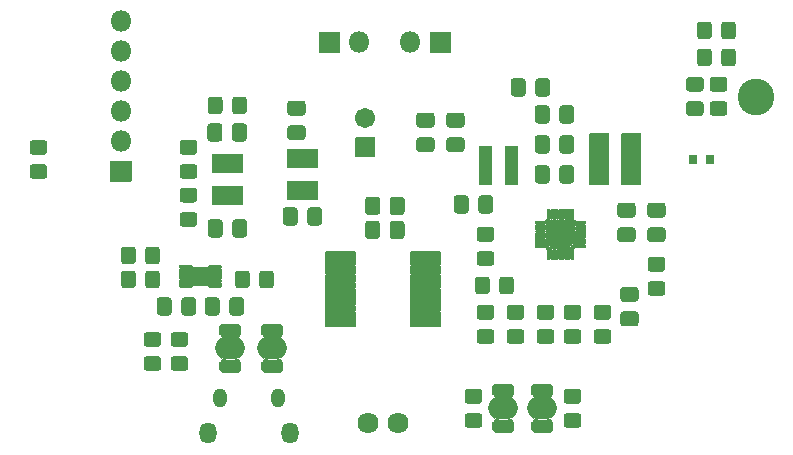
<source format=gbs>
G04 #@! TF.GenerationSoftware,KiCad,Pcbnew,(5.1.7)-1*
G04 #@! TF.CreationDate,2021-10-27T14:05:12+02:00*
G04 #@! TF.ProjectId,Power_module_v1,506f7765-725f-46d6-9f64-756c655f7631,rev?*
G04 #@! TF.SameCoordinates,Original*
G04 #@! TF.FileFunction,Soldermask,Bot*
G04 #@! TF.FilePolarity,Negative*
%FSLAX46Y46*%
G04 Gerber Fmt 4.6, Leading zero omitted, Abs format (unit mm)*
G04 Created by KiCad (PCBNEW (5.1.7)-1) date 2021-10-27 14:05:12*
%MOMM*%
%LPD*%
G01*
G04 APERTURE LIST*
%ADD10C,3.102000*%
%ADD11C,1.782000*%
%ADD12O,2.502000X1.902000*%
%ADD13O,1.802000X1.802000*%
%ADD14O,1.452000X1.802000*%
%ADD15O,1.202000X1.602000*%
%ADD16C,1.702000*%
%ADD17C,0.150000*%
G04 APERTURE END LIST*
D10*
X154000000Y-78000000D03*
D11*
X121158000Y-105664000D03*
X123698000Y-105664000D03*
G36*
G01*
X122954000Y-87753298D02*
X122954000Y-86744702D01*
G75*
G02*
X123225702Y-86473000I271702J0D01*
G01*
X123959298Y-86473000D01*
G75*
G02*
X124231000Y-86744702I0J-271702D01*
G01*
X124231000Y-87753298D01*
G75*
G02*
X123959298Y-88025000I-271702J0D01*
G01*
X123225702Y-88025000D01*
G75*
G02*
X122954000Y-87753298I0J271702D01*
G01*
G37*
G36*
G01*
X120879000Y-87753298D02*
X120879000Y-86744702D01*
G75*
G02*
X121150702Y-86473000I271702J0D01*
G01*
X121884298Y-86473000D01*
G75*
G02*
X122156000Y-86744702I0J-271702D01*
G01*
X122156000Y-87753298D01*
G75*
G02*
X121884298Y-88025000I-271702J0D01*
G01*
X121150702Y-88025000D01*
G75*
G02*
X120879000Y-87753298I0J271702D01*
G01*
G37*
G36*
G01*
X105133000Y-94118000D02*
X105133000Y-93918000D01*
G75*
G02*
X105184000Y-93867000I51000J0D01*
G01*
X106184000Y-93867000D01*
G75*
G02*
X106235000Y-93918000I0J-51000D01*
G01*
X106235000Y-94118000D01*
G75*
G02*
X106184000Y-94169000I-51000J0D01*
G01*
X105184000Y-94169000D01*
G75*
G02*
X105133000Y-94118000I0J51000D01*
G01*
G37*
G36*
G01*
X105133000Y-93718000D02*
X105133000Y-93518000D01*
G75*
G02*
X105184000Y-93467000I51000J0D01*
G01*
X106184000Y-93467000D01*
G75*
G02*
X106235000Y-93518000I0J-51000D01*
G01*
X106235000Y-93718000D01*
G75*
G02*
X106184000Y-93769000I-51000J0D01*
G01*
X105184000Y-93769000D01*
G75*
G02*
X105133000Y-93718000I0J51000D01*
G01*
G37*
G36*
G01*
X105133000Y-93318000D02*
X105133000Y-93118000D01*
G75*
G02*
X105184000Y-93067000I51000J0D01*
G01*
X106184000Y-93067000D01*
G75*
G02*
X106235000Y-93118000I0J-51000D01*
G01*
X106235000Y-93318000D01*
G75*
G02*
X106184000Y-93369000I-51000J0D01*
G01*
X105184000Y-93369000D01*
G75*
G02*
X105133000Y-93318000I0J51000D01*
G01*
G37*
G36*
G01*
X105133000Y-92918000D02*
X105133000Y-92718000D01*
G75*
G02*
X105184000Y-92667000I51000J0D01*
G01*
X106184000Y-92667000D01*
G75*
G02*
X106235000Y-92718000I0J-51000D01*
G01*
X106235000Y-92918000D01*
G75*
G02*
X106184000Y-92969000I-51000J0D01*
G01*
X105184000Y-92969000D01*
G75*
G02*
X105133000Y-92918000I0J51000D01*
G01*
G37*
G36*
G01*
X105133000Y-92518000D02*
X105133000Y-92318000D01*
G75*
G02*
X105184000Y-92267000I51000J0D01*
G01*
X106184000Y-92267000D01*
G75*
G02*
X106235000Y-92318000I0J-51000D01*
G01*
X106235000Y-92518000D01*
G75*
G02*
X106184000Y-92569000I-51000J0D01*
G01*
X105184000Y-92569000D01*
G75*
G02*
X105133000Y-92518000I0J51000D01*
G01*
G37*
G36*
G01*
X107633000Y-92518000D02*
X107633000Y-92318000D01*
G75*
G02*
X107684000Y-92267000I51000J0D01*
G01*
X108684000Y-92267000D01*
G75*
G02*
X108735000Y-92318000I0J-51000D01*
G01*
X108735000Y-92518000D01*
G75*
G02*
X108684000Y-92569000I-51000J0D01*
G01*
X107684000Y-92569000D01*
G75*
G02*
X107633000Y-92518000I0J51000D01*
G01*
G37*
G36*
G01*
X107633000Y-92918000D02*
X107633000Y-92718000D01*
G75*
G02*
X107684000Y-92667000I51000J0D01*
G01*
X108684000Y-92667000D01*
G75*
G02*
X108735000Y-92718000I0J-51000D01*
G01*
X108735000Y-92918000D01*
G75*
G02*
X108684000Y-92969000I-51000J0D01*
G01*
X107684000Y-92969000D01*
G75*
G02*
X107633000Y-92918000I0J51000D01*
G01*
G37*
G36*
G01*
X107633000Y-93318000D02*
X107633000Y-93118000D01*
G75*
G02*
X107684000Y-93067000I51000J0D01*
G01*
X108684000Y-93067000D01*
G75*
G02*
X108735000Y-93118000I0J-51000D01*
G01*
X108735000Y-93318000D01*
G75*
G02*
X108684000Y-93369000I-51000J0D01*
G01*
X107684000Y-93369000D01*
G75*
G02*
X107633000Y-93318000I0J51000D01*
G01*
G37*
G36*
G01*
X107633000Y-93718000D02*
X107633000Y-93518000D01*
G75*
G02*
X107684000Y-93467000I51000J0D01*
G01*
X108684000Y-93467000D01*
G75*
G02*
X108735000Y-93518000I0J-51000D01*
G01*
X108735000Y-93718000D01*
G75*
G02*
X108684000Y-93769000I-51000J0D01*
G01*
X107684000Y-93769000D01*
G75*
G02*
X107633000Y-93718000I0J51000D01*
G01*
G37*
G36*
G01*
X107633000Y-94118000D02*
X107633000Y-93918000D01*
G75*
G02*
X107684000Y-93867000I51000J0D01*
G01*
X108684000Y-93867000D01*
G75*
G02*
X108735000Y-93918000I0J-51000D01*
G01*
X108735000Y-94118000D01*
G75*
G02*
X108684000Y-94169000I-51000J0D01*
G01*
X107684000Y-94169000D01*
G75*
G02*
X107633000Y-94118000I0J51000D01*
G01*
G37*
G36*
G01*
X106433000Y-93968000D02*
X106433000Y-92468000D01*
G75*
G02*
X106484000Y-92417000I51000J0D01*
G01*
X107384000Y-92417000D01*
G75*
G02*
X107435000Y-92468000I0J-51000D01*
G01*
X107435000Y-93968000D01*
G75*
G02*
X107384000Y-94019000I-51000J0D01*
G01*
X106484000Y-94019000D01*
G75*
G02*
X106433000Y-93968000I0J51000D01*
G01*
G37*
D12*
X132588000Y-104394000D03*
G36*
G01*
X131872400Y-105418000D02*
X133303600Y-105418000D01*
G75*
G02*
X133514000Y-105628400I0J-210400D01*
G01*
X133514000Y-106259600D01*
G75*
G02*
X133303600Y-106470000I-210400J0D01*
G01*
X131872400Y-106470000D01*
G75*
G02*
X131662000Y-106259600I0J210400D01*
G01*
X131662000Y-105628400D01*
G75*
G02*
X131872400Y-105418000I210400J0D01*
G01*
G37*
G36*
G01*
X131872400Y-102318000D02*
X133303600Y-102318000D01*
G75*
G02*
X133514000Y-102528400I0J-210400D01*
G01*
X133514000Y-103159600D01*
G75*
G02*
X133303600Y-103370000I-210400J0D01*
G01*
X131872400Y-103370000D01*
G75*
G02*
X131662000Y-103159600I0J210400D01*
G01*
X131662000Y-102528400D01*
G75*
G02*
X131872400Y-102318000I210400J0D01*
G01*
G37*
X135890000Y-104394000D03*
G36*
G01*
X135174400Y-105418000D02*
X136605600Y-105418000D01*
G75*
G02*
X136816000Y-105628400I0J-210400D01*
G01*
X136816000Y-106259600D01*
G75*
G02*
X136605600Y-106470000I-210400J0D01*
G01*
X135174400Y-106470000D01*
G75*
G02*
X134964000Y-106259600I0J210400D01*
G01*
X134964000Y-105628400D01*
G75*
G02*
X135174400Y-105418000I210400J0D01*
G01*
G37*
G36*
G01*
X135174400Y-102318000D02*
X136605600Y-102318000D01*
G75*
G02*
X136816000Y-102528400I0J-210400D01*
G01*
X136816000Y-103159600D01*
G75*
G02*
X136605600Y-103370000I-210400J0D01*
G01*
X135174400Y-103370000D01*
G75*
G02*
X134964000Y-103159600I0J210400D01*
G01*
X134964000Y-102528400D01*
G75*
G02*
X135174400Y-102318000I210400J0D01*
G01*
G37*
X113030000Y-99314000D03*
G36*
G01*
X113745600Y-98290000D02*
X112314400Y-98290000D01*
G75*
G02*
X112104000Y-98079600I0J210400D01*
G01*
X112104000Y-97448400D01*
G75*
G02*
X112314400Y-97238000I210400J0D01*
G01*
X113745600Y-97238000D01*
G75*
G02*
X113956000Y-97448400I0J-210400D01*
G01*
X113956000Y-98079600D01*
G75*
G02*
X113745600Y-98290000I-210400J0D01*
G01*
G37*
G36*
G01*
X113745600Y-101390000D02*
X112314400Y-101390000D01*
G75*
G02*
X112104000Y-101179600I0J210400D01*
G01*
X112104000Y-100548400D01*
G75*
G02*
X112314400Y-100338000I210400J0D01*
G01*
X113745600Y-100338000D01*
G75*
G02*
X113956000Y-100548400I0J-210400D01*
G01*
X113956000Y-101179600D01*
G75*
G02*
X113745600Y-101390000I-210400J0D01*
G01*
G37*
X109474000Y-99314000D03*
G36*
G01*
X110189600Y-98290000D02*
X108758400Y-98290000D01*
G75*
G02*
X108548000Y-98079600I0J210400D01*
G01*
X108548000Y-97448400D01*
G75*
G02*
X108758400Y-97238000I210400J0D01*
G01*
X110189600Y-97238000D01*
G75*
G02*
X110400000Y-97448400I0J-210400D01*
G01*
X110400000Y-98079600D01*
G75*
G02*
X110189600Y-98290000I-210400J0D01*
G01*
G37*
G36*
G01*
X110189600Y-101390000D02*
X108758400Y-101390000D01*
G75*
G02*
X108548000Y-101179600I0J210400D01*
G01*
X108548000Y-100548400D01*
G75*
G02*
X108758400Y-100338000I210400J0D01*
G01*
X110189600Y-100338000D01*
G75*
G02*
X110400000Y-100548400I0J-210400D01*
G01*
X110400000Y-101179600D01*
G75*
G02*
X110189600Y-101390000I-210400J0D01*
G01*
G37*
G36*
G01*
X127285000Y-91155000D02*
X127285000Y-91605000D01*
G75*
G02*
X127234000Y-91656000I-51000J0D01*
G01*
X124734000Y-91656000D01*
G75*
G02*
X124683000Y-91605000I0J51000D01*
G01*
X124683000Y-91155000D01*
G75*
G02*
X124734000Y-91104000I51000J0D01*
G01*
X127234000Y-91104000D01*
G75*
G02*
X127285000Y-91155000I0J-51000D01*
G01*
G37*
G36*
G01*
X127285000Y-91805000D02*
X127285000Y-92255000D01*
G75*
G02*
X127234000Y-92306000I-51000J0D01*
G01*
X124734000Y-92306000D01*
G75*
G02*
X124683000Y-92255000I0J51000D01*
G01*
X124683000Y-91805000D01*
G75*
G02*
X124734000Y-91754000I51000J0D01*
G01*
X127234000Y-91754000D01*
G75*
G02*
X127285000Y-91805000I0J-51000D01*
G01*
G37*
G36*
G01*
X127285000Y-92455000D02*
X127285000Y-92905000D01*
G75*
G02*
X127234000Y-92956000I-51000J0D01*
G01*
X124734000Y-92956000D01*
G75*
G02*
X124683000Y-92905000I0J51000D01*
G01*
X124683000Y-92455000D01*
G75*
G02*
X124734000Y-92404000I51000J0D01*
G01*
X127234000Y-92404000D01*
G75*
G02*
X127285000Y-92455000I0J-51000D01*
G01*
G37*
G36*
G01*
X127285000Y-93105000D02*
X127285000Y-93555000D01*
G75*
G02*
X127234000Y-93606000I-51000J0D01*
G01*
X124734000Y-93606000D01*
G75*
G02*
X124683000Y-93555000I0J51000D01*
G01*
X124683000Y-93105000D01*
G75*
G02*
X124734000Y-93054000I51000J0D01*
G01*
X127234000Y-93054000D01*
G75*
G02*
X127285000Y-93105000I0J-51000D01*
G01*
G37*
G36*
G01*
X127285000Y-93755000D02*
X127285000Y-94205000D01*
G75*
G02*
X127234000Y-94256000I-51000J0D01*
G01*
X124734000Y-94256000D01*
G75*
G02*
X124683000Y-94205000I0J51000D01*
G01*
X124683000Y-93755000D01*
G75*
G02*
X124734000Y-93704000I51000J0D01*
G01*
X127234000Y-93704000D01*
G75*
G02*
X127285000Y-93755000I0J-51000D01*
G01*
G37*
G36*
G01*
X127285000Y-94405000D02*
X127285000Y-94855000D01*
G75*
G02*
X127234000Y-94906000I-51000J0D01*
G01*
X124734000Y-94906000D01*
G75*
G02*
X124683000Y-94855000I0J51000D01*
G01*
X124683000Y-94405000D01*
G75*
G02*
X124734000Y-94354000I51000J0D01*
G01*
X127234000Y-94354000D01*
G75*
G02*
X127285000Y-94405000I0J-51000D01*
G01*
G37*
G36*
G01*
X127285000Y-95055000D02*
X127285000Y-95505000D01*
G75*
G02*
X127234000Y-95556000I-51000J0D01*
G01*
X124734000Y-95556000D01*
G75*
G02*
X124683000Y-95505000I0J51000D01*
G01*
X124683000Y-95055000D01*
G75*
G02*
X124734000Y-95004000I51000J0D01*
G01*
X127234000Y-95004000D01*
G75*
G02*
X127285000Y-95055000I0J-51000D01*
G01*
G37*
G36*
G01*
X127285000Y-95705000D02*
X127285000Y-96155000D01*
G75*
G02*
X127234000Y-96206000I-51000J0D01*
G01*
X124734000Y-96206000D01*
G75*
G02*
X124683000Y-96155000I0J51000D01*
G01*
X124683000Y-95705000D01*
G75*
G02*
X124734000Y-95654000I51000J0D01*
G01*
X127234000Y-95654000D01*
G75*
G02*
X127285000Y-95705000I0J-51000D01*
G01*
G37*
G36*
G01*
X127285000Y-96355000D02*
X127285000Y-96805000D01*
G75*
G02*
X127234000Y-96856000I-51000J0D01*
G01*
X124734000Y-96856000D01*
G75*
G02*
X124683000Y-96805000I0J51000D01*
G01*
X124683000Y-96355000D01*
G75*
G02*
X124734000Y-96304000I51000J0D01*
G01*
X127234000Y-96304000D01*
G75*
G02*
X127285000Y-96355000I0J-51000D01*
G01*
G37*
G36*
G01*
X127285000Y-97005000D02*
X127285000Y-97455000D01*
G75*
G02*
X127234000Y-97506000I-51000J0D01*
G01*
X124734000Y-97506000D01*
G75*
G02*
X124683000Y-97455000I0J51000D01*
G01*
X124683000Y-97005000D01*
G75*
G02*
X124734000Y-96954000I51000J0D01*
G01*
X127234000Y-96954000D01*
G75*
G02*
X127285000Y-97005000I0J-51000D01*
G01*
G37*
G36*
G01*
X120085000Y-97005000D02*
X120085000Y-97455000D01*
G75*
G02*
X120034000Y-97506000I-51000J0D01*
G01*
X117534000Y-97506000D01*
G75*
G02*
X117483000Y-97455000I0J51000D01*
G01*
X117483000Y-97005000D01*
G75*
G02*
X117534000Y-96954000I51000J0D01*
G01*
X120034000Y-96954000D01*
G75*
G02*
X120085000Y-97005000I0J-51000D01*
G01*
G37*
G36*
G01*
X120085000Y-96355000D02*
X120085000Y-96805000D01*
G75*
G02*
X120034000Y-96856000I-51000J0D01*
G01*
X117534000Y-96856000D01*
G75*
G02*
X117483000Y-96805000I0J51000D01*
G01*
X117483000Y-96355000D01*
G75*
G02*
X117534000Y-96304000I51000J0D01*
G01*
X120034000Y-96304000D01*
G75*
G02*
X120085000Y-96355000I0J-51000D01*
G01*
G37*
G36*
G01*
X120085000Y-95705000D02*
X120085000Y-96155000D01*
G75*
G02*
X120034000Y-96206000I-51000J0D01*
G01*
X117534000Y-96206000D01*
G75*
G02*
X117483000Y-96155000I0J51000D01*
G01*
X117483000Y-95705000D01*
G75*
G02*
X117534000Y-95654000I51000J0D01*
G01*
X120034000Y-95654000D01*
G75*
G02*
X120085000Y-95705000I0J-51000D01*
G01*
G37*
G36*
G01*
X120085000Y-95055000D02*
X120085000Y-95505000D01*
G75*
G02*
X120034000Y-95556000I-51000J0D01*
G01*
X117534000Y-95556000D01*
G75*
G02*
X117483000Y-95505000I0J51000D01*
G01*
X117483000Y-95055000D01*
G75*
G02*
X117534000Y-95004000I51000J0D01*
G01*
X120034000Y-95004000D01*
G75*
G02*
X120085000Y-95055000I0J-51000D01*
G01*
G37*
G36*
G01*
X120085000Y-94405000D02*
X120085000Y-94855000D01*
G75*
G02*
X120034000Y-94906000I-51000J0D01*
G01*
X117534000Y-94906000D01*
G75*
G02*
X117483000Y-94855000I0J51000D01*
G01*
X117483000Y-94405000D01*
G75*
G02*
X117534000Y-94354000I51000J0D01*
G01*
X120034000Y-94354000D01*
G75*
G02*
X120085000Y-94405000I0J-51000D01*
G01*
G37*
G36*
G01*
X120085000Y-93755000D02*
X120085000Y-94205000D01*
G75*
G02*
X120034000Y-94256000I-51000J0D01*
G01*
X117534000Y-94256000D01*
G75*
G02*
X117483000Y-94205000I0J51000D01*
G01*
X117483000Y-93755000D01*
G75*
G02*
X117534000Y-93704000I51000J0D01*
G01*
X120034000Y-93704000D01*
G75*
G02*
X120085000Y-93755000I0J-51000D01*
G01*
G37*
G36*
G01*
X120085000Y-93105000D02*
X120085000Y-93555000D01*
G75*
G02*
X120034000Y-93606000I-51000J0D01*
G01*
X117534000Y-93606000D01*
G75*
G02*
X117483000Y-93555000I0J51000D01*
G01*
X117483000Y-93105000D01*
G75*
G02*
X117534000Y-93054000I51000J0D01*
G01*
X120034000Y-93054000D01*
G75*
G02*
X120085000Y-93105000I0J-51000D01*
G01*
G37*
G36*
G01*
X120085000Y-92455000D02*
X120085000Y-92905000D01*
G75*
G02*
X120034000Y-92956000I-51000J0D01*
G01*
X117534000Y-92956000D01*
G75*
G02*
X117483000Y-92905000I0J51000D01*
G01*
X117483000Y-92455000D01*
G75*
G02*
X117534000Y-92404000I51000J0D01*
G01*
X120034000Y-92404000D01*
G75*
G02*
X120085000Y-92455000I0J-51000D01*
G01*
G37*
G36*
G01*
X120085000Y-91805000D02*
X120085000Y-92255000D01*
G75*
G02*
X120034000Y-92306000I-51000J0D01*
G01*
X117534000Y-92306000D01*
G75*
G02*
X117483000Y-92255000I0J51000D01*
G01*
X117483000Y-91805000D01*
G75*
G02*
X117534000Y-91754000I51000J0D01*
G01*
X120034000Y-91754000D01*
G75*
G02*
X120085000Y-91805000I0J-51000D01*
G01*
G37*
G36*
G01*
X120085000Y-91155000D02*
X120085000Y-91605000D01*
G75*
G02*
X120034000Y-91656000I-51000J0D01*
G01*
X117534000Y-91656000D01*
G75*
G02*
X117483000Y-91605000I0J51000D01*
G01*
X117483000Y-91155000D01*
G75*
G02*
X117534000Y-91104000I51000J0D01*
G01*
X120034000Y-91104000D01*
G75*
G02*
X120085000Y-91155000I0J-51000D01*
G01*
G37*
G36*
G01*
X148321172Y-78377000D02*
X149278828Y-78377000D01*
G75*
G02*
X149551000Y-78649172I0J-272172D01*
G01*
X149551000Y-79356828D01*
G75*
G02*
X149278828Y-79629000I-272172J0D01*
G01*
X148321172Y-79629000D01*
G75*
G02*
X148049000Y-79356828I0J272172D01*
G01*
X148049000Y-78649172D01*
G75*
G02*
X148321172Y-78377000I272172J0D01*
G01*
G37*
G36*
G01*
X148321172Y-76327000D02*
X149278828Y-76327000D01*
G75*
G02*
X149551000Y-76599172I0J-272172D01*
G01*
X149551000Y-77306828D01*
G75*
G02*
X149278828Y-77579000I-272172J0D01*
G01*
X148321172Y-77579000D01*
G75*
G02*
X148049000Y-77306828I0J272172D01*
G01*
X148049000Y-76599172D01*
G75*
G02*
X148321172Y-76327000I272172J0D01*
G01*
G37*
G36*
G01*
X150321172Y-78377000D02*
X151278828Y-78377000D01*
G75*
G02*
X151551000Y-78649172I0J-272172D01*
G01*
X151551000Y-79356828D01*
G75*
G02*
X151278828Y-79629000I-272172J0D01*
G01*
X150321172Y-79629000D01*
G75*
G02*
X150049000Y-79356828I0J272172D01*
G01*
X150049000Y-78649172D01*
G75*
G02*
X150321172Y-78377000I272172J0D01*
G01*
G37*
G36*
G01*
X150321172Y-76327000D02*
X151278828Y-76327000D01*
G75*
G02*
X151551000Y-76599172I0J-272172D01*
G01*
X151551000Y-77306828D01*
G75*
G02*
X151278828Y-77579000I-272172J0D01*
G01*
X150321172Y-77579000D01*
G75*
G02*
X150049000Y-77306828I0J272172D01*
G01*
X150049000Y-76599172D01*
G75*
G02*
X150321172Y-76327000I272172J0D01*
G01*
G37*
G36*
G01*
X150223000Y-71911172D02*
X150223000Y-72868828D01*
G75*
G02*
X149950828Y-73141000I-272172J0D01*
G01*
X149243172Y-73141000D01*
G75*
G02*
X148971000Y-72868828I0J272172D01*
G01*
X148971000Y-71911172D01*
G75*
G02*
X149243172Y-71639000I272172J0D01*
G01*
X149950828Y-71639000D01*
G75*
G02*
X150223000Y-71911172I0J-272172D01*
G01*
G37*
G36*
G01*
X152273000Y-71911172D02*
X152273000Y-72868828D01*
G75*
G02*
X152000828Y-73141000I-272172J0D01*
G01*
X151293172Y-73141000D01*
G75*
G02*
X151021000Y-72868828I0J272172D01*
G01*
X151021000Y-71911172D01*
G75*
G02*
X151293172Y-71639000I272172J0D01*
G01*
X152000828Y-71639000D01*
G75*
G02*
X152273000Y-71911172I0J-272172D01*
G01*
G37*
G36*
G01*
X150223000Y-74197172D02*
X150223000Y-75154828D01*
G75*
G02*
X149950828Y-75427000I-272172J0D01*
G01*
X149243172Y-75427000D01*
G75*
G02*
X148971000Y-75154828I0J272172D01*
G01*
X148971000Y-74197172D01*
G75*
G02*
X149243172Y-73925000I272172J0D01*
G01*
X149950828Y-73925000D01*
G75*
G02*
X150223000Y-74197172I0J-272172D01*
G01*
G37*
G36*
G01*
X152273000Y-74197172D02*
X152273000Y-75154828D01*
G75*
G02*
X152000828Y-75427000I-272172J0D01*
G01*
X151293172Y-75427000D01*
G75*
G02*
X151021000Y-75154828I0J272172D01*
G01*
X151021000Y-74197172D01*
G75*
G02*
X151293172Y-73925000I272172J0D01*
G01*
X152000828Y-73925000D01*
G75*
G02*
X152273000Y-74197172I0J-272172D01*
G01*
G37*
G36*
G01*
X149003000Y-82962000D02*
X149003000Y-83662000D01*
G75*
G02*
X148952000Y-83713000I-51000J0D01*
G01*
X148352000Y-83713000D01*
G75*
G02*
X148301000Y-83662000I0J51000D01*
G01*
X148301000Y-82962000D01*
G75*
G02*
X148352000Y-82911000I51000J0D01*
G01*
X148952000Y-82911000D01*
G75*
G02*
X149003000Y-82962000I0J-51000D01*
G01*
G37*
G36*
G01*
X150403000Y-82962000D02*
X150403000Y-83662000D01*
G75*
G02*
X150352000Y-83713000I-51000J0D01*
G01*
X149752000Y-83713000D01*
G75*
G02*
X149701000Y-83662000I0J51000D01*
G01*
X149701000Y-82962000D01*
G75*
G02*
X149752000Y-82911000I51000J0D01*
G01*
X150352000Y-82911000D01*
G75*
G02*
X150403000Y-82962000I0J-51000D01*
G01*
G37*
G36*
G01*
X104677172Y-99976000D02*
X105634828Y-99976000D01*
G75*
G02*
X105907000Y-100248172I0J-272172D01*
G01*
X105907000Y-100955828D01*
G75*
G02*
X105634828Y-101228000I-272172J0D01*
G01*
X104677172Y-101228000D01*
G75*
G02*
X104405000Y-100955828I0J272172D01*
G01*
X104405000Y-100248172D01*
G75*
G02*
X104677172Y-99976000I272172J0D01*
G01*
G37*
G36*
G01*
X104677172Y-97926000D02*
X105634828Y-97926000D01*
G75*
G02*
X105907000Y-98198172I0J-272172D01*
G01*
X105907000Y-98905828D01*
G75*
G02*
X105634828Y-99178000I-272172J0D01*
G01*
X104677172Y-99178000D01*
G75*
G02*
X104405000Y-98905828I0J272172D01*
G01*
X104405000Y-98198172D01*
G75*
G02*
X104677172Y-97926000I272172J0D01*
G01*
G37*
G36*
G01*
X102391172Y-99976000D02*
X103348828Y-99976000D01*
G75*
G02*
X103621000Y-100248172I0J-272172D01*
G01*
X103621000Y-100955828D01*
G75*
G02*
X103348828Y-101228000I-272172J0D01*
G01*
X102391172Y-101228000D01*
G75*
G02*
X102119000Y-100955828I0J272172D01*
G01*
X102119000Y-100248172D01*
G75*
G02*
X102391172Y-99976000I272172J0D01*
G01*
G37*
G36*
G01*
X102391172Y-97926000D02*
X103348828Y-97926000D01*
G75*
G02*
X103621000Y-98198172I0J-272172D01*
G01*
X103621000Y-98905828D01*
G75*
G02*
X103348828Y-99178000I-272172J0D01*
G01*
X102391172Y-99178000D01*
G75*
G02*
X102119000Y-98905828I0J272172D01*
G01*
X102119000Y-98198172D01*
G75*
G02*
X102391172Y-97926000I272172J0D01*
G01*
G37*
G36*
G01*
X126404000Y-72505000D02*
X128104000Y-72505000D01*
G75*
G02*
X128155000Y-72556000I0J-51000D01*
G01*
X128155000Y-74256000D01*
G75*
G02*
X128104000Y-74307000I-51000J0D01*
G01*
X126404000Y-74307000D01*
G75*
G02*
X126353000Y-74256000I0J51000D01*
G01*
X126353000Y-72556000D01*
G75*
G02*
X126404000Y-72505000I51000J0D01*
G01*
G37*
D13*
X124714000Y-73406000D03*
G36*
G01*
X136507000Y-81537702D02*
X136507000Y-82546298D01*
G75*
G02*
X136235298Y-82818000I-271702J0D01*
G01*
X135501702Y-82818000D01*
G75*
G02*
X135230000Y-82546298I0J271702D01*
G01*
X135230000Y-81537702D01*
G75*
G02*
X135501702Y-81266000I271702J0D01*
G01*
X136235298Y-81266000D01*
G75*
G02*
X136507000Y-81537702I0J-271702D01*
G01*
G37*
G36*
G01*
X138582000Y-81537702D02*
X138582000Y-82546298D01*
G75*
G02*
X138310298Y-82818000I-271702J0D01*
G01*
X137576702Y-82818000D01*
G75*
G02*
X137305000Y-82546298I0J271702D01*
G01*
X137305000Y-81537702D01*
G75*
G02*
X137576702Y-81266000I271702J0D01*
G01*
X138310298Y-81266000D01*
G75*
G02*
X138582000Y-81537702I0J-271702D01*
G01*
G37*
G36*
G01*
X142751702Y-96178500D02*
X143760298Y-96178500D01*
G75*
G02*
X144032000Y-96450202I0J-271702D01*
G01*
X144032000Y-97183798D01*
G75*
G02*
X143760298Y-97455500I-271702J0D01*
G01*
X142751702Y-97455500D01*
G75*
G02*
X142480000Y-97183798I0J271702D01*
G01*
X142480000Y-96450202D01*
G75*
G02*
X142751702Y-96178500I271702J0D01*
G01*
G37*
G36*
G01*
X142751702Y-94103500D02*
X143760298Y-94103500D01*
G75*
G02*
X144032000Y-94375202I0J-271702D01*
G01*
X144032000Y-95108798D01*
G75*
G02*
X143760298Y-95380500I-271702J0D01*
G01*
X142751702Y-95380500D01*
G75*
G02*
X142480000Y-95108798I0J271702D01*
G01*
X142480000Y-94375202D01*
G75*
G02*
X142751702Y-94103500I271702J0D01*
G01*
G37*
G36*
G01*
X126488298Y-80627000D02*
X125479702Y-80627000D01*
G75*
G02*
X125208000Y-80355298I0J271702D01*
G01*
X125208000Y-79621702D01*
G75*
G02*
X125479702Y-79350000I271702J0D01*
G01*
X126488298Y-79350000D01*
G75*
G02*
X126760000Y-79621702I0J-271702D01*
G01*
X126760000Y-80355298D01*
G75*
G02*
X126488298Y-80627000I-271702J0D01*
G01*
G37*
G36*
G01*
X126488298Y-82702000D02*
X125479702Y-82702000D01*
G75*
G02*
X125208000Y-82430298I0J271702D01*
G01*
X125208000Y-81696702D01*
G75*
G02*
X125479702Y-81425000I271702J0D01*
G01*
X126488298Y-81425000D01*
G75*
G02*
X126760000Y-81696702I0J-271702D01*
G01*
X126760000Y-82430298D01*
G75*
G02*
X126488298Y-82702000I-271702J0D01*
G01*
G37*
G36*
G01*
X142497702Y-89045000D02*
X143506298Y-89045000D01*
G75*
G02*
X143778000Y-89316702I0J-271702D01*
G01*
X143778000Y-90050298D01*
G75*
G02*
X143506298Y-90322000I-271702J0D01*
G01*
X142497702Y-90322000D01*
G75*
G02*
X142226000Y-90050298I0J271702D01*
G01*
X142226000Y-89316702D01*
G75*
G02*
X142497702Y-89045000I271702J0D01*
G01*
G37*
G36*
G01*
X142497702Y-86970000D02*
X143506298Y-86970000D01*
G75*
G02*
X143778000Y-87241702I0J-271702D01*
G01*
X143778000Y-87975298D01*
G75*
G02*
X143506298Y-88247000I-271702J0D01*
G01*
X142497702Y-88247000D01*
G75*
G02*
X142226000Y-87975298I0J271702D01*
G01*
X142226000Y-87241702D01*
G75*
G02*
X142497702Y-86970000I271702J0D01*
G01*
G37*
G36*
G01*
X136507000Y-84077702D02*
X136507000Y-85086298D01*
G75*
G02*
X136235298Y-85358000I-271702J0D01*
G01*
X135501702Y-85358000D01*
G75*
G02*
X135230000Y-85086298I0J271702D01*
G01*
X135230000Y-84077702D01*
G75*
G02*
X135501702Y-83806000I271702J0D01*
G01*
X136235298Y-83806000D01*
G75*
G02*
X136507000Y-84077702I0J-271702D01*
G01*
G37*
G36*
G01*
X138582000Y-84077702D02*
X138582000Y-85086298D01*
G75*
G02*
X138310298Y-85358000I-271702J0D01*
G01*
X137576702Y-85358000D01*
G75*
G02*
X137305000Y-85086298I0J271702D01*
G01*
X137305000Y-84077702D01*
G75*
G02*
X137576702Y-83806000I271702J0D01*
G01*
X138310298Y-83806000D01*
G75*
G02*
X138582000Y-84077702I0J-271702D01*
G01*
G37*
G36*
G01*
X122945000Y-89785298D02*
X122945000Y-88776702D01*
G75*
G02*
X123216702Y-88505000I271702J0D01*
G01*
X123950298Y-88505000D01*
G75*
G02*
X124222000Y-88776702I0J-271702D01*
G01*
X124222000Y-89785298D01*
G75*
G02*
X123950298Y-90057000I-271702J0D01*
G01*
X123216702Y-90057000D01*
G75*
G02*
X122945000Y-89785298I0J271702D01*
G01*
G37*
G36*
G01*
X120870000Y-89785298D02*
X120870000Y-88776702D01*
G75*
G02*
X121141702Y-88505000I271702J0D01*
G01*
X121875298Y-88505000D01*
G75*
G02*
X122147000Y-88776702I0J-271702D01*
G01*
X122147000Y-89785298D01*
G75*
G02*
X121875298Y-90057000I-271702J0D01*
G01*
X121141702Y-90057000D01*
G75*
G02*
X120870000Y-89785298I0J271702D01*
G01*
G37*
G36*
G01*
X109597500Y-81530298D02*
X109597500Y-80521702D01*
G75*
G02*
X109869202Y-80250000I271702J0D01*
G01*
X110602798Y-80250000D01*
G75*
G02*
X110874500Y-80521702I0J-271702D01*
G01*
X110874500Y-81530298D01*
G75*
G02*
X110602798Y-81802000I-271702J0D01*
G01*
X109869202Y-81802000D01*
G75*
G02*
X109597500Y-81530298I0J271702D01*
G01*
G37*
G36*
G01*
X107522500Y-81530298D02*
X107522500Y-80521702D01*
G75*
G02*
X107794202Y-80250000I271702J0D01*
G01*
X108527798Y-80250000D01*
G75*
G02*
X108799500Y-80521702I0J-271702D01*
G01*
X108799500Y-81530298D01*
G75*
G02*
X108527798Y-81802000I-271702J0D01*
G01*
X107794202Y-81802000D01*
G75*
G02*
X107522500Y-81530298I0J271702D01*
G01*
G37*
G36*
G01*
X115566298Y-79611000D02*
X114557702Y-79611000D01*
G75*
G02*
X114286000Y-79339298I0J271702D01*
G01*
X114286000Y-78605702D01*
G75*
G02*
X114557702Y-78334000I271702J0D01*
G01*
X115566298Y-78334000D01*
G75*
G02*
X115838000Y-78605702I0J-271702D01*
G01*
X115838000Y-79339298D01*
G75*
G02*
X115566298Y-79611000I-271702J0D01*
G01*
G37*
G36*
G01*
X115566298Y-81686000D02*
X114557702Y-81686000D01*
G75*
G02*
X114286000Y-81414298I0J271702D01*
G01*
X114286000Y-80680702D01*
G75*
G02*
X114557702Y-80409000I271702J0D01*
G01*
X115566298Y-80409000D01*
G75*
G02*
X115838000Y-80680702I0J-271702D01*
G01*
X115838000Y-81414298D01*
G75*
G02*
X115566298Y-81686000I-271702J0D01*
G01*
G37*
G36*
G01*
X108821000Y-88649702D02*
X108821000Y-89658298D01*
G75*
G02*
X108549298Y-89930000I-271702J0D01*
G01*
X107815702Y-89930000D01*
G75*
G02*
X107544000Y-89658298I0J271702D01*
G01*
X107544000Y-88649702D01*
G75*
G02*
X107815702Y-88378000I271702J0D01*
G01*
X108549298Y-88378000D01*
G75*
G02*
X108821000Y-88649702I0J-271702D01*
G01*
G37*
G36*
G01*
X110896000Y-88649702D02*
X110896000Y-89658298D01*
G75*
G02*
X110624298Y-89930000I-271702J0D01*
G01*
X109890702Y-89930000D01*
G75*
G02*
X109619000Y-89658298I0J271702D01*
G01*
X109619000Y-88649702D01*
G75*
G02*
X109890702Y-88378000I271702J0D01*
G01*
X110624298Y-88378000D01*
G75*
G02*
X110896000Y-88649702I0J-271702D01*
G01*
G37*
G36*
G01*
X115171000Y-87633702D02*
X115171000Y-88642298D01*
G75*
G02*
X114899298Y-88914000I-271702J0D01*
G01*
X114165702Y-88914000D01*
G75*
G02*
X113894000Y-88642298I0J271702D01*
G01*
X113894000Y-87633702D01*
G75*
G02*
X114165702Y-87362000I271702J0D01*
G01*
X114899298Y-87362000D01*
G75*
G02*
X115171000Y-87633702I0J-271702D01*
G01*
G37*
G36*
G01*
X117246000Y-87633702D02*
X117246000Y-88642298D01*
G75*
G02*
X116974298Y-88914000I-271702J0D01*
G01*
X116240702Y-88914000D01*
G75*
G02*
X115969000Y-88642298I0J271702D01*
G01*
X115969000Y-87633702D01*
G75*
G02*
X116240702Y-87362000I271702J0D01*
G01*
X116974298Y-87362000D01*
G75*
G02*
X117246000Y-87633702I0J-271702D01*
G01*
G37*
G36*
G01*
X108567000Y-95253702D02*
X108567000Y-96262298D01*
G75*
G02*
X108295298Y-96534000I-271702J0D01*
G01*
X107561702Y-96534000D01*
G75*
G02*
X107290000Y-96262298I0J271702D01*
G01*
X107290000Y-95253702D01*
G75*
G02*
X107561702Y-94982000I271702J0D01*
G01*
X108295298Y-94982000D01*
G75*
G02*
X108567000Y-95253702I0J-271702D01*
G01*
G37*
G36*
G01*
X110642000Y-95253702D02*
X110642000Y-96262298D01*
G75*
G02*
X110370298Y-96534000I-271702J0D01*
G01*
X109636702Y-96534000D01*
G75*
G02*
X109365000Y-96262298I0J271702D01*
G01*
X109365000Y-95253702D01*
G75*
G02*
X109636702Y-94982000I271702J0D01*
G01*
X110370298Y-94982000D01*
G75*
G02*
X110642000Y-95253702I0J-271702D01*
G01*
G37*
G36*
G01*
X105301000Y-96262298D02*
X105301000Y-95253702D01*
G75*
G02*
X105572702Y-94982000I271702J0D01*
G01*
X106306298Y-94982000D01*
G75*
G02*
X106578000Y-95253702I0J-271702D01*
G01*
X106578000Y-96262298D01*
G75*
G02*
X106306298Y-96534000I-271702J0D01*
G01*
X105572702Y-96534000D01*
G75*
G02*
X105301000Y-96262298I0J271702D01*
G01*
G37*
G36*
G01*
X103226000Y-96262298D02*
X103226000Y-95253702D01*
G75*
G02*
X103497702Y-94982000I271702J0D01*
G01*
X104231298Y-94982000D01*
G75*
G02*
X104503000Y-95253702I0J-271702D01*
G01*
X104503000Y-96262298D01*
G75*
G02*
X104231298Y-96534000I-271702J0D01*
G01*
X103497702Y-96534000D01*
G75*
G02*
X103226000Y-96262298I0J271702D01*
G01*
G37*
G36*
G01*
X128372000Y-87626298D02*
X128372000Y-86617702D01*
G75*
G02*
X128643702Y-86346000I271702J0D01*
G01*
X129377298Y-86346000D01*
G75*
G02*
X129649000Y-86617702I0J-271702D01*
G01*
X129649000Y-87626298D01*
G75*
G02*
X129377298Y-87898000I-271702J0D01*
G01*
X128643702Y-87898000D01*
G75*
G02*
X128372000Y-87626298I0J271702D01*
G01*
G37*
G36*
G01*
X130447000Y-87626298D02*
X130447000Y-86617702D01*
G75*
G02*
X130718702Y-86346000I271702J0D01*
G01*
X131452298Y-86346000D01*
G75*
G02*
X131724000Y-86617702I0J-271702D01*
G01*
X131724000Y-87626298D01*
G75*
G02*
X131452298Y-87898000I-271702J0D01*
G01*
X130718702Y-87898000D01*
G75*
G02*
X130447000Y-87626298I0J271702D01*
G01*
G37*
G36*
G01*
X145037702Y-86970000D02*
X146046298Y-86970000D01*
G75*
G02*
X146318000Y-87241702I0J-271702D01*
G01*
X146318000Y-87975298D01*
G75*
G02*
X146046298Y-88247000I-271702J0D01*
G01*
X145037702Y-88247000D01*
G75*
G02*
X144766000Y-87975298I0J271702D01*
G01*
X144766000Y-87241702D01*
G75*
G02*
X145037702Y-86970000I271702J0D01*
G01*
G37*
G36*
G01*
X145037702Y-89045000D02*
X146046298Y-89045000D01*
G75*
G02*
X146318000Y-89316702I0J-271702D01*
G01*
X146318000Y-90050298D01*
G75*
G02*
X146046298Y-90322000I-271702J0D01*
G01*
X145037702Y-90322000D01*
G75*
G02*
X144766000Y-90050298I0J271702D01*
G01*
X144766000Y-89316702D01*
G75*
G02*
X145037702Y-89045000I271702J0D01*
G01*
G37*
G36*
G01*
X136507000Y-78997702D02*
X136507000Y-80006298D01*
G75*
G02*
X136235298Y-80278000I-271702J0D01*
G01*
X135501702Y-80278000D01*
G75*
G02*
X135230000Y-80006298I0J271702D01*
G01*
X135230000Y-78997702D01*
G75*
G02*
X135501702Y-78726000I271702J0D01*
G01*
X136235298Y-78726000D01*
G75*
G02*
X136507000Y-78997702I0J-271702D01*
G01*
G37*
G36*
G01*
X138582000Y-78997702D02*
X138582000Y-80006298D01*
G75*
G02*
X138310298Y-80278000I-271702J0D01*
G01*
X137576702Y-80278000D01*
G75*
G02*
X137305000Y-80006298I0J271702D01*
G01*
X137305000Y-78997702D01*
G75*
G02*
X137576702Y-78726000I271702J0D01*
G01*
X138310298Y-78726000D01*
G75*
G02*
X138582000Y-78997702I0J-271702D01*
G01*
G37*
G36*
G01*
X135273000Y-77720298D02*
X135273000Y-76711702D01*
G75*
G02*
X135544702Y-76440000I271702J0D01*
G01*
X136278298Y-76440000D01*
G75*
G02*
X136550000Y-76711702I0J-271702D01*
G01*
X136550000Y-77720298D01*
G75*
G02*
X136278298Y-77992000I-271702J0D01*
G01*
X135544702Y-77992000D01*
G75*
G02*
X135273000Y-77720298I0J271702D01*
G01*
G37*
G36*
G01*
X133198000Y-77720298D02*
X133198000Y-76711702D01*
G75*
G02*
X133469702Y-76440000I271702J0D01*
G01*
X134203298Y-76440000D01*
G75*
G02*
X134475000Y-76711702I0J-271702D01*
G01*
X134475000Y-77720298D01*
G75*
G02*
X134203298Y-77992000I-271702J0D01*
G01*
X133469702Y-77992000D01*
G75*
G02*
X133198000Y-77720298I0J271702D01*
G01*
G37*
G36*
G01*
X129028298Y-80627000D02*
X128019702Y-80627000D01*
G75*
G02*
X127748000Y-80355298I0J271702D01*
G01*
X127748000Y-79621702D01*
G75*
G02*
X128019702Y-79350000I271702J0D01*
G01*
X129028298Y-79350000D01*
G75*
G02*
X129300000Y-79621702I0J-271702D01*
G01*
X129300000Y-80355298D01*
G75*
G02*
X129028298Y-80627000I-271702J0D01*
G01*
G37*
G36*
G01*
X129028298Y-82702000D02*
X128019702Y-82702000D01*
G75*
G02*
X127748000Y-82430298I0J271702D01*
G01*
X127748000Y-81696702D01*
G75*
G02*
X128019702Y-81425000I271702J0D01*
G01*
X129028298Y-81425000D01*
G75*
G02*
X129300000Y-81696702I0J-271702D01*
G01*
X129300000Y-82430298D01*
G75*
G02*
X129028298Y-82702000I-271702J0D01*
G01*
G37*
D14*
X114554000Y-106476740D03*
D15*
X108634000Y-103476740D03*
X113474000Y-103476740D03*
D14*
X107554000Y-106476740D03*
D13*
X120396000Y-73406000D03*
G36*
G01*
X118706000Y-74307000D02*
X117006000Y-74307000D01*
G75*
G02*
X116955000Y-74256000I0J51000D01*
G01*
X116955000Y-72556000D01*
G75*
G02*
X117006000Y-72505000I51000J0D01*
G01*
X118706000Y-72505000D01*
G75*
G02*
X118757000Y-72556000I0J-51000D01*
G01*
X118757000Y-74256000D01*
G75*
G02*
X118706000Y-74307000I-51000J0D01*
G01*
G37*
X100203000Y-71628000D03*
X100203000Y-74168000D03*
X100203000Y-76708000D03*
X100203000Y-79248000D03*
X100203000Y-81788000D03*
G36*
G01*
X101104000Y-83478000D02*
X101104000Y-85178000D01*
G75*
G02*
X101053000Y-85229000I-51000J0D01*
G01*
X99353000Y-85229000D01*
G75*
G02*
X99302000Y-85178000I0J51000D01*
G01*
X99302000Y-83478000D01*
G75*
G02*
X99353000Y-83427000I51000J0D01*
G01*
X101053000Y-83427000D01*
G75*
G02*
X101104000Y-83478000I0J-51000D01*
G01*
G37*
G36*
G01*
X139916000Y-81111000D02*
X141516000Y-81111000D01*
G75*
G02*
X141567000Y-81162000I0J-51000D01*
G01*
X141567000Y-85462000D01*
G75*
G02*
X141516000Y-85513000I-51000J0D01*
G01*
X139916000Y-85513000D01*
G75*
G02*
X139865000Y-85462000I0J51000D01*
G01*
X139865000Y-81162000D01*
G75*
G02*
X139916000Y-81111000I51000J0D01*
G01*
G37*
G36*
G01*
X142616000Y-81111000D02*
X144216000Y-81111000D01*
G75*
G02*
X144267000Y-81162000I0J-51000D01*
G01*
X144267000Y-85462000D01*
G75*
G02*
X144216000Y-85513000I-51000J0D01*
G01*
X142616000Y-85513000D01*
G75*
G02*
X142565000Y-85462000I0J51000D01*
G01*
X142565000Y-81162000D01*
G75*
G02*
X142616000Y-81111000I51000J0D01*
G01*
G37*
G36*
G01*
X130564000Y-82169000D02*
X131564000Y-82169000D01*
G75*
G02*
X131615000Y-82220000I0J-51000D01*
G01*
X131615000Y-85420000D01*
G75*
G02*
X131564000Y-85471000I-51000J0D01*
G01*
X130564000Y-85471000D01*
G75*
G02*
X130513000Y-85420000I0J51000D01*
G01*
X130513000Y-82220000D01*
G75*
G02*
X130564000Y-82169000I51000J0D01*
G01*
G37*
G36*
G01*
X132764000Y-82169000D02*
X133764000Y-82169000D01*
G75*
G02*
X133815000Y-82220000I0J-51000D01*
G01*
X133815000Y-85420000D01*
G75*
G02*
X133764000Y-85471000I-51000J0D01*
G01*
X132764000Y-85471000D01*
G75*
G02*
X132713000Y-85420000I0J51000D01*
G01*
X132713000Y-82220000D01*
G75*
G02*
X132764000Y-82169000I51000J0D01*
G01*
G37*
G36*
G01*
X145063172Y-91567000D02*
X146020828Y-91567000D01*
G75*
G02*
X146293000Y-91839172I0J-272172D01*
G01*
X146293000Y-92546828D01*
G75*
G02*
X146020828Y-92819000I-272172J0D01*
G01*
X145063172Y-92819000D01*
G75*
G02*
X144791000Y-92546828I0J272172D01*
G01*
X144791000Y-91839172D01*
G75*
G02*
X145063172Y-91567000I272172J0D01*
G01*
G37*
G36*
G01*
X145063172Y-93617000D02*
X146020828Y-93617000D01*
G75*
G02*
X146293000Y-93889172I0J-272172D01*
G01*
X146293000Y-94596828D01*
G75*
G02*
X146020828Y-94869000I-272172J0D01*
G01*
X145063172Y-94869000D01*
G75*
G02*
X144791000Y-94596828I0J272172D01*
G01*
X144791000Y-93889172D01*
G75*
G02*
X145063172Y-93617000I272172J0D01*
G01*
G37*
G36*
G01*
X101455000Y-92993172D02*
X101455000Y-93950828D01*
G75*
G02*
X101182828Y-94223000I-272172J0D01*
G01*
X100475172Y-94223000D01*
G75*
G02*
X100203000Y-93950828I0J272172D01*
G01*
X100203000Y-92993172D01*
G75*
G02*
X100475172Y-92721000I272172J0D01*
G01*
X101182828Y-92721000D01*
G75*
G02*
X101455000Y-92993172I0J-272172D01*
G01*
G37*
G36*
G01*
X103505000Y-92993172D02*
X103505000Y-93950828D01*
G75*
G02*
X103232828Y-94223000I-272172J0D01*
G01*
X102525172Y-94223000D01*
G75*
G02*
X102253000Y-93950828I0J272172D01*
G01*
X102253000Y-92993172D01*
G75*
G02*
X102525172Y-92721000I272172J0D01*
G01*
X103232828Y-92721000D01*
G75*
G02*
X103505000Y-92993172I0J-272172D01*
G01*
G37*
G36*
G01*
X103505000Y-90961172D02*
X103505000Y-91918828D01*
G75*
G02*
X103232828Y-92191000I-272172J0D01*
G01*
X102525172Y-92191000D01*
G75*
G02*
X102253000Y-91918828I0J272172D01*
G01*
X102253000Y-90961172D01*
G75*
G02*
X102525172Y-90689000I272172J0D01*
G01*
X103232828Y-90689000D01*
G75*
G02*
X103505000Y-90961172I0J-272172D01*
G01*
G37*
G36*
G01*
X101455000Y-90961172D02*
X101455000Y-91918828D01*
G75*
G02*
X101182828Y-92191000I-272172J0D01*
G01*
X100475172Y-92191000D01*
G75*
G02*
X100203000Y-91918828I0J272172D01*
G01*
X100203000Y-90961172D01*
G75*
G02*
X100475172Y-90689000I272172J0D01*
G01*
X101182828Y-90689000D01*
G75*
G02*
X101455000Y-90961172I0J-272172D01*
G01*
G37*
G36*
G01*
X109855000Y-93950828D02*
X109855000Y-92993172D01*
G75*
G02*
X110127172Y-92721000I272172J0D01*
G01*
X110834828Y-92721000D01*
G75*
G02*
X111107000Y-92993172I0J-272172D01*
G01*
X111107000Y-93950828D01*
G75*
G02*
X110834828Y-94223000I-272172J0D01*
G01*
X110127172Y-94223000D01*
G75*
G02*
X109855000Y-93950828I0J272172D01*
G01*
G37*
G36*
G01*
X111905000Y-93950828D02*
X111905000Y-92993172D01*
G75*
G02*
X112177172Y-92721000I272172J0D01*
G01*
X112884828Y-92721000D01*
G75*
G02*
X113157000Y-92993172I0J-272172D01*
G01*
X113157000Y-93950828D01*
G75*
G02*
X112884828Y-94223000I-272172J0D01*
G01*
X112177172Y-94223000D01*
G75*
G02*
X111905000Y-93950828I0J272172D01*
G01*
G37*
G36*
G01*
X106396828Y-86968000D02*
X105439172Y-86968000D01*
G75*
G02*
X105167000Y-86695828I0J272172D01*
G01*
X105167000Y-85988172D01*
G75*
G02*
X105439172Y-85716000I272172J0D01*
G01*
X106396828Y-85716000D01*
G75*
G02*
X106669000Y-85988172I0J-272172D01*
G01*
X106669000Y-86695828D01*
G75*
G02*
X106396828Y-86968000I-272172J0D01*
G01*
G37*
G36*
G01*
X106396828Y-89018000D02*
X105439172Y-89018000D01*
G75*
G02*
X105167000Y-88745828I0J272172D01*
G01*
X105167000Y-88038172D01*
G75*
G02*
X105439172Y-87766000I272172J0D01*
G01*
X106396828Y-87766000D01*
G75*
G02*
X106669000Y-88038172I0J-272172D01*
G01*
X106669000Y-88745828D01*
G75*
G02*
X106396828Y-89018000I-272172J0D01*
G01*
G37*
G36*
G01*
X106396828Y-84963000D02*
X105439172Y-84963000D01*
G75*
G02*
X105167000Y-84690828I0J272172D01*
G01*
X105167000Y-83983172D01*
G75*
G02*
X105439172Y-83711000I272172J0D01*
G01*
X106396828Y-83711000D01*
G75*
G02*
X106669000Y-83983172I0J-272172D01*
G01*
X106669000Y-84690828D01*
G75*
G02*
X106396828Y-84963000I-272172J0D01*
G01*
G37*
G36*
G01*
X106396828Y-82913000D02*
X105439172Y-82913000D01*
G75*
G02*
X105167000Y-82640828I0J272172D01*
G01*
X105167000Y-81933172D01*
G75*
G02*
X105439172Y-81661000I272172J0D01*
G01*
X106396828Y-81661000D01*
G75*
G02*
X106669000Y-81933172I0J-272172D01*
G01*
X106669000Y-82640828D01*
G75*
G02*
X106396828Y-82913000I-272172J0D01*
G01*
G37*
G36*
G01*
X92739172Y-83720000D02*
X93696828Y-83720000D01*
G75*
G02*
X93969000Y-83992172I0J-272172D01*
G01*
X93969000Y-84699828D01*
G75*
G02*
X93696828Y-84972000I-272172J0D01*
G01*
X92739172Y-84972000D01*
G75*
G02*
X92467000Y-84699828I0J272172D01*
G01*
X92467000Y-83992172D01*
G75*
G02*
X92739172Y-83720000I272172J0D01*
G01*
G37*
G36*
G01*
X92739172Y-81670000D02*
X93696828Y-81670000D01*
G75*
G02*
X93969000Y-81942172I0J-272172D01*
G01*
X93969000Y-82649828D01*
G75*
G02*
X93696828Y-82922000I-272172J0D01*
G01*
X92739172Y-82922000D01*
G75*
G02*
X92467000Y-82649828I0J272172D01*
G01*
X92467000Y-81942172D01*
G75*
G02*
X92739172Y-81670000I272172J0D01*
G01*
G37*
G36*
G01*
X137951172Y-104793000D02*
X138908828Y-104793000D01*
G75*
G02*
X139181000Y-105065172I0J-272172D01*
G01*
X139181000Y-105772828D01*
G75*
G02*
X138908828Y-106045000I-272172J0D01*
G01*
X137951172Y-106045000D01*
G75*
G02*
X137679000Y-105772828I0J272172D01*
G01*
X137679000Y-105065172D01*
G75*
G02*
X137951172Y-104793000I272172J0D01*
G01*
G37*
G36*
G01*
X137951172Y-102743000D02*
X138908828Y-102743000D01*
G75*
G02*
X139181000Y-103015172I0J-272172D01*
G01*
X139181000Y-103722828D01*
G75*
G02*
X138908828Y-103995000I-272172J0D01*
G01*
X137951172Y-103995000D01*
G75*
G02*
X137679000Y-103722828I0J272172D01*
G01*
X137679000Y-103015172D01*
G75*
G02*
X137951172Y-102743000I272172J0D01*
G01*
G37*
G36*
G01*
X129569172Y-102743000D02*
X130526828Y-102743000D01*
G75*
G02*
X130799000Y-103015172I0J-272172D01*
G01*
X130799000Y-103722828D01*
G75*
G02*
X130526828Y-103995000I-272172J0D01*
G01*
X129569172Y-103995000D01*
G75*
G02*
X129297000Y-103722828I0J272172D01*
G01*
X129297000Y-103015172D01*
G75*
G02*
X129569172Y-102743000I272172J0D01*
G01*
G37*
G36*
G01*
X129569172Y-104793000D02*
X130526828Y-104793000D01*
G75*
G02*
X130799000Y-105065172I0J-272172D01*
G01*
X130799000Y-105772828D01*
G75*
G02*
X130526828Y-106045000I-272172J0D01*
G01*
X129569172Y-106045000D01*
G75*
G02*
X129297000Y-105772828I0J272172D01*
G01*
X129297000Y-105065172D01*
G75*
G02*
X129569172Y-104793000I272172J0D01*
G01*
G37*
G36*
G01*
X136622828Y-96883000D02*
X135665172Y-96883000D01*
G75*
G02*
X135393000Y-96610828I0J272172D01*
G01*
X135393000Y-95903172D01*
G75*
G02*
X135665172Y-95631000I272172J0D01*
G01*
X136622828Y-95631000D01*
G75*
G02*
X136895000Y-95903172I0J-272172D01*
G01*
X136895000Y-96610828D01*
G75*
G02*
X136622828Y-96883000I-272172J0D01*
G01*
G37*
G36*
G01*
X136622828Y-98933000D02*
X135665172Y-98933000D01*
G75*
G02*
X135393000Y-98660828I0J272172D01*
G01*
X135393000Y-97953172D01*
G75*
G02*
X135665172Y-97681000I272172J0D01*
G01*
X136622828Y-97681000D01*
G75*
G02*
X136895000Y-97953172I0J-272172D01*
G01*
X136895000Y-98660828D01*
G75*
G02*
X136622828Y-98933000I-272172J0D01*
G01*
G37*
G36*
G01*
X134082828Y-98933000D02*
X133125172Y-98933000D01*
G75*
G02*
X132853000Y-98660828I0J272172D01*
G01*
X132853000Y-97953172D01*
G75*
G02*
X133125172Y-97681000I272172J0D01*
G01*
X134082828Y-97681000D01*
G75*
G02*
X134355000Y-97953172I0J-272172D01*
G01*
X134355000Y-98660828D01*
G75*
G02*
X134082828Y-98933000I-272172J0D01*
G01*
G37*
G36*
G01*
X134082828Y-96883000D02*
X133125172Y-96883000D01*
G75*
G02*
X132853000Y-96610828I0J272172D01*
G01*
X132853000Y-95903172D01*
G75*
G02*
X133125172Y-95631000I272172J0D01*
G01*
X134082828Y-95631000D01*
G75*
G02*
X134355000Y-95903172I0J-272172D01*
G01*
X134355000Y-96610828D01*
G75*
G02*
X134082828Y-96883000I-272172J0D01*
G01*
G37*
G36*
G01*
X130585172Y-97681000D02*
X131542828Y-97681000D01*
G75*
G02*
X131815000Y-97953172I0J-272172D01*
G01*
X131815000Y-98660828D01*
G75*
G02*
X131542828Y-98933000I-272172J0D01*
G01*
X130585172Y-98933000D01*
G75*
G02*
X130313000Y-98660828I0J272172D01*
G01*
X130313000Y-97953172D01*
G75*
G02*
X130585172Y-97681000I272172J0D01*
G01*
G37*
G36*
G01*
X130585172Y-95631000D02*
X131542828Y-95631000D01*
G75*
G02*
X131815000Y-95903172I0J-272172D01*
G01*
X131815000Y-96610828D01*
G75*
G02*
X131542828Y-96883000I-272172J0D01*
G01*
X130585172Y-96883000D01*
G75*
G02*
X130313000Y-96610828I0J272172D01*
G01*
X130313000Y-95903172D01*
G75*
G02*
X130585172Y-95631000I272172J0D01*
G01*
G37*
G36*
G01*
X133477000Y-93501172D02*
X133477000Y-94458828D01*
G75*
G02*
X133204828Y-94731000I-272172J0D01*
G01*
X132497172Y-94731000D01*
G75*
G02*
X132225000Y-94458828I0J272172D01*
G01*
X132225000Y-93501172D01*
G75*
G02*
X132497172Y-93229000I272172J0D01*
G01*
X133204828Y-93229000D01*
G75*
G02*
X133477000Y-93501172I0J-272172D01*
G01*
G37*
G36*
G01*
X131427000Y-93501172D02*
X131427000Y-94458828D01*
G75*
G02*
X131154828Y-94731000I-272172J0D01*
G01*
X130447172Y-94731000D01*
G75*
G02*
X130175000Y-94458828I0J272172D01*
G01*
X130175000Y-93501172D01*
G75*
G02*
X130447172Y-93229000I272172J0D01*
G01*
X131154828Y-93229000D01*
G75*
G02*
X131427000Y-93501172I0J-272172D01*
G01*
G37*
G36*
G01*
X131542828Y-90279000D02*
X130585172Y-90279000D01*
G75*
G02*
X130313000Y-90006828I0J272172D01*
G01*
X130313000Y-89299172D01*
G75*
G02*
X130585172Y-89027000I272172J0D01*
G01*
X131542828Y-89027000D01*
G75*
G02*
X131815000Y-89299172I0J-272172D01*
G01*
X131815000Y-90006828D01*
G75*
G02*
X131542828Y-90279000I-272172J0D01*
G01*
G37*
G36*
G01*
X131542828Y-92329000D02*
X130585172Y-92329000D01*
G75*
G02*
X130313000Y-92056828I0J272172D01*
G01*
X130313000Y-91349172D01*
G75*
G02*
X130585172Y-91077000I272172J0D01*
G01*
X131542828Y-91077000D01*
G75*
G02*
X131815000Y-91349172I0J-272172D01*
G01*
X131815000Y-92056828D01*
G75*
G02*
X131542828Y-92329000I-272172J0D01*
G01*
G37*
G36*
G01*
X138908828Y-96883000D02*
X137951172Y-96883000D01*
G75*
G02*
X137679000Y-96610828I0J272172D01*
G01*
X137679000Y-95903172D01*
G75*
G02*
X137951172Y-95631000I272172J0D01*
G01*
X138908828Y-95631000D01*
G75*
G02*
X139181000Y-95903172I0J-272172D01*
G01*
X139181000Y-96610828D01*
G75*
G02*
X138908828Y-96883000I-272172J0D01*
G01*
G37*
G36*
G01*
X138908828Y-98933000D02*
X137951172Y-98933000D01*
G75*
G02*
X137679000Y-98660828I0J272172D01*
G01*
X137679000Y-97953172D01*
G75*
G02*
X137951172Y-97681000I272172J0D01*
G01*
X138908828Y-97681000D01*
G75*
G02*
X139181000Y-97953172I0J-272172D01*
G01*
X139181000Y-98660828D01*
G75*
G02*
X138908828Y-98933000I-272172J0D01*
G01*
G37*
G36*
G01*
X140491172Y-95631000D02*
X141448828Y-95631000D01*
G75*
G02*
X141721000Y-95903172I0J-272172D01*
G01*
X141721000Y-96610828D01*
G75*
G02*
X141448828Y-96883000I-272172J0D01*
G01*
X140491172Y-96883000D01*
G75*
G02*
X140219000Y-96610828I0J272172D01*
G01*
X140219000Y-95903172D01*
G75*
G02*
X140491172Y-95631000I272172J0D01*
G01*
G37*
G36*
G01*
X140491172Y-97681000D02*
X141448828Y-97681000D01*
G75*
G02*
X141721000Y-97953172I0J-272172D01*
G01*
X141721000Y-98660828D01*
G75*
G02*
X141448828Y-98933000I-272172J0D01*
G01*
X140491172Y-98933000D01*
G75*
G02*
X140219000Y-98660828I0J272172D01*
G01*
X140219000Y-97953172D01*
G75*
G02*
X140491172Y-97681000I272172J0D01*
G01*
G37*
G36*
G01*
X109545001Y-84491000D02*
X108894999Y-84491000D01*
G75*
G02*
X108844000Y-84440001I0J50999D01*
G01*
X108844000Y-82879999D01*
G75*
G02*
X108894999Y-82829000I50999J0D01*
G01*
X109545001Y-82829000D01*
G75*
G02*
X109596000Y-82879999I0J-50999D01*
G01*
X109596000Y-84440001D01*
G75*
G02*
X109545001Y-84491000I-50999J0D01*
G01*
G37*
G36*
G01*
X110495001Y-84491000D02*
X109844999Y-84491000D01*
G75*
G02*
X109794000Y-84440001I0J50999D01*
G01*
X109794000Y-82879999D01*
G75*
G02*
X109844999Y-82829000I50999J0D01*
G01*
X110495001Y-82829000D01*
G75*
G02*
X110546000Y-82879999I0J-50999D01*
G01*
X110546000Y-84440001D01*
G75*
G02*
X110495001Y-84491000I-50999J0D01*
G01*
G37*
G36*
G01*
X108595001Y-84491000D02*
X107944999Y-84491000D01*
G75*
G02*
X107894000Y-84440001I0J50999D01*
G01*
X107894000Y-82879999D01*
G75*
G02*
X107944999Y-82829000I50999J0D01*
G01*
X108595001Y-82829000D01*
G75*
G02*
X108646000Y-82879999I0J-50999D01*
G01*
X108646000Y-84440001D01*
G75*
G02*
X108595001Y-84491000I-50999J0D01*
G01*
G37*
G36*
G01*
X108595001Y-87191000D02*
X107944999Y-87191000D01*
G75*
G02*
X107894000Y-87140001I0J50999D01*
G01*
X107894000Y-85579999D01*
G75*
G02*
X107944999Y-85529000I50999J0D01*
G01*
X108595001Y-85529000D01*
G75*
G02*
X108646000Y-85579999I0J-50999D01*
G01*
X108646000Y-87140001D01*
G75*
G02*
X108595001Y-87191000I-50999J0D01*
G01*
G37*
G36*
G01*
X109545001Y-87191000D02*
X108894999Y-87191000D01*
G75*
G02*
X108844000Y-87140001I0J50999D01*
G01*
X108844000Y-85579999D01*
G75*
G02*
X108894999Y-85529000I50999J0D01*
G01*
X109545001Y-85529000D01*
G75*
G02*
X109596000Y-85579999I0J-50999D01*
G01*
X109596000Y-87140001D01*
G75*
G02*
X109545001Y-87191000I-50999J0D01*
G01*
G37*
G36*
G01*
X110495001Y-87191000D02*
X109844999Y-87191000D01*
G75*
G02*
X109794000Y-87140001I0J50999D01*
G01*
X109794000Y-85579999D01*
G75*
G02*
X109844999Y-85529000I50999J0D01*
G01*
X110495001Y-85529000D01*
G75*
G02*
X110546000Y-85579999I0J-50999D01*
G01*
X110546000Y-87140001D01*
G75*
G02*
X110495001Y-87191000I-50999J0D01*
G01*
G37*
G36*
G01*
X138590000Y-87574000D02*
X138590000Y-88375000D01*
G75*
G02*
X138502000Y-88463000I-88000J0D01*
G01*
X138326000Y-88463000D01*
G75*
G02*
X138238000Y-88375000I0J88000D01*
G01*
X138238000Y-87574000D01*
G75*
G02*
X138326000Y-87486000I88000J0D01*
G01*
X138502000Y-87486000D01*
G75*
G02*
X138590000Y-87574000I0J-88000D01*
G01*
G37*
G36*
G01*
X138090000Y-87574000D02*
X138090000Y-88375000D01*
G75*
G02*
X138002000Y-88463000I-88000J0D01*
G01*
X137826000Y-88463000D01*
G75*
G02*
X137738000Y-88375000I0J88000D01*
G01*
X137738000Y-87574000D01*
G75*
G02*
X137826000Y-87486000I88000J0D01*
G01*
X138002000Y-87486000D01*
G75*
G02*
X138090000Y-87574000I0J-88000D01*
G01*
G37*
G36*
G01*
X137590000Y-87574000D02*
X137590000Y-88375000D01*
G75*
G02*
X137502000Y-88463000I-88000J0D01*
G01*
X137326000Y-88463000D01*
G75*
G02*
X137238000Y-88375000I0J88000D01*
G01*
X137238000Y-87574000D01*
G75*
G02*
X137326000Y-87486000I88000J0D01*
G01*
X137502000Y-87486000D01*
G75*
G02*
X137590000Y-87574000I0J-88000D01*
G01*
G37*
G36*
G01*
X137090000Y-87574000D02*
X137090000Y-88375000D01*
G75*
G02*
X137002000Y-88463000I-88000J0D01*
G01*
X136826000Y-88463000D01*
G75*
G02*
X136738000Y-88375000I0J88000D01*
G01*
X136738000Y-87574000D01*
G75*
G02*
X136826000Y-87486000I88000J0D01*
G01*
X137002000Y-87486000D01*
G75*
G02*
X137090000Y-87574000I0J-88000D01*
G01*
G37*
G36*
G01*
X136590000Y-87574000D02*
X136590000Y-88375000D01*
G75*
G02*
X136502000Y-88463000I-88000J0D01*
G01*
X136326000Y-88463000D01*
G75*
G02*
X136238000Y-88375000I0J88000D01*
G01*
X136238000Y-87574000D01*
G75*
G02*
X136326000Y-87486000I88000J0D01*
G01*
X136502000Y-87486000D01*
G75*
G02*
X136590000Y-87574000I0J-88000D01*
G01*
G37*
G36*
G01*
X136215000Y-88574000D02*
X136215000Y-88750000D01*
G75*
G02*
X136127000Y-88838000I-88000J0D01*
G01*
X135326000Y-88838000D01*
G75*
G02*
X135238000Y-88750000I0J88000D01*
G01*
X135238000Y-88574000D01*
G75*
G02*
X135326000Y-88486000I88000J0D01*
G01*
X136127000Y-88486000D01*
G75*
G02*
X136215000Y-88574000I0J-88000D01*
G01*
G37*
G36*
G01*
X136215000Y-89074000D02*
X136215000Y-89250000D01*
G75*
G02*
X136127000Y-89338000I-88000J0D01*
G01*
X135326000Y-89338000D01*
G75*
G02*
X135238000Y-89250000I0J88000D01*
G01*
X135238000Y-89074000D01*
G75*
G02*
X135326000Y-88986000I88000J0D01*
G01*
X136127000Y-88986000D01*
G75*
G02*
X136215000Y-89074000I0J-88000D01*
G01*
G37*
G36*
G01*
X136215000Y-89574000D02*
X136215000Y-89750000D01*
G75*
G02*
X136127000Y-89838000I-88000J0D01*
G01*
X135326000Y-89838000D01*
G75*
G02*
X135238000Y-89750000I0J88000D01*
G01*
X135238000Y-89574000D01*
G75*
G02*
X135326000Y-89486000I88000J0D01*
G01*
X136127000Y-89486000D01*
G75*
G02*
X136215000Y-89574000I0J-88000D01*
G01*
G37*
G36*
G01*
X136215000Y-90074000D02*
X136215000Y-90250000D01*
G75*
G02*
X136127000Y-90338000I-88000J0D01*
G01*
X135326000Y-90338000D01*
G75*
G02*
X135238000Y-90250000I0J88000D01*
G01*
X135238000Y-90074000D01*
G75*
G02*
X135326000Y-89986000I88000J0D01*
G01*
X136127000Y-89986000D01*
G75*
G02*
X136215000Y-90074000I0J-88000D01*
G01*
G37*
G36*
G01*
X136215000Y-90574000D02*
X136215000Y-90750000D01*
G75*
G02*
X136127000Y-90838000I-88000J0D01*
G01*
X135326000Y-90838000D01*
G75*
G02*
X135238000Y-90750000I0J88000D01*
G01*
X135238000Y-90574000D01*
G75*
G02*
X135326000Y-90486000I88000J0D01*
G01*
X136127000Y-90486000D01*
G75*
G02*
X136215000Y-90574000I0J-88000D01*
G01*
G37*
G36*
G01*
X136590000Y-90949000D02*
X136590000Y-91750000D01*
G75*
G02*
X136502000Y-91838000I-88000J0D01*
G01*
X136326000Y-91838000D01*
G75*
G02*
X136238000Y-91750000I0J88000D01*
G01*
X136238000Y-90949000D01*
G75*
G02*
X136326000Y-90861000I88000J0D01*
G01*
X136502000Y-90861000D01*
G75*
G02*
X136590000Y-90949000I0J-88000D01*
G01*
G37*
G36*
G01*
X137090000Y-90949000D02*
X137090000Y-91750000D01*
G75*
G02*
X137002000Y-91838000I-88000J0D01*
G01*
X136826000Y-91838000D01*
G75*
G02*
X136738000Y-91750000I0J88000D01*
G01*
X136738000Y-90949000D01*
G75*
G02*
X136826000Y-90861000I88000J0D01*
G01*
X137002000Y-90861000D01*
G75*
G02*
X137090000Y-90949000I0J-88000D01*
G01*
G37*
G36*
G01*
X137590000Y-90949000D02*
X137590000Y-91750000D01*
G75*
G02*
X137502000Y-91838000I-88000J0D01*
G01*
X137326000Y-91838000D01*
G75*
G02*
X137238000Y-91750000I0J88000D01*
G01*
X137238000Y-90949000D01*
G75*
G02*
X137326000Y-90861000I88000J0D01*
G01*
X137502000Y-90861000D01*
G75*
G02*
X137590000Y-90949000I0J-88000D01*
G01*
G37*
G36*
G01*
X138090000Y-90949000D02*
X138090000Y-91750000D01*
G75*
G02*
X138002000Y-91838000I-88000J0D01*
G01*
X137826000Y-91838000D01*
G75*
G02*
X137738000Y-91750000I0J88000D01*
G01*
X137738000Y-90949000D01*
G75*
G02*
X137826000Y-90861000I88000J0D01*
G01*
X138002000Y-90861000D01*
G75*
G02*
X138090000Y-90949000I0J-88000D01*
G01*
G37*
G36*
G01*
X138590000Y-90949000D02*
X138590000Y-91750000D01*
G75*
G02*
X138502000Y-91838000I-88000J0D01*
G01*
X138326000Y-91838000D01*
G75*
G02*
X138238000Y-91750000I0J88000D01*
G01*
X138238000Y-90949000D01*
G75*
G02*
X138326000Y-90861000I88000J0D01*
G01*
X138502000Y-90861000D01*
G75*
G02*
X138590000Y-90949000I0J-88000D01*
G01*
G37*
G36*
G01*
X139590000Y-90574000D02*
X139590000Y-90750000D01*
G75*
G02*
X139502000Y-90838000I-88000J0D01*
G01*
X138701000Y-90838000D01*
G75*
G02*
X138613000Y-90750000I0J88000D01*
G01*
X138613000Y-90574000D01*
G75*
G02*
X138701000Y-90486000I88000J0D01*
G01*
X139502000Y-90486000D01*
G75*
G02*
X139590000Y-90574000I0J-88000D01*
G01*
G37*
G36*
G01*
X139590000Y-90074000D02*
X139590000Y-90250000D01*
G75*
G02*
X139502000Y-90338000I-88000J0D01*
G01*
X138701000Y-90338000D01*
G75*
G02*
X138613000Y-90250000I0J88000D01*
G01*
X138613000Y-90074000D01*
G75*
G02*
X138701000Y-89986000I88000J0D01*
G01*
X139502000Y-89986000D01*
G75*
G02*
X139590000Y-90074000I0J-88000D01*
G01*
G37*
G36*
G01*
X139590000Y-89574000D02*
X139590000Y-89750000D01*
G75*
G02*
X139502000Y-89838000I-88000J0D01*
G01*
X138701000Y-89838000D01*
G75*
G02*
X138613000Y-89750000I0J88000D01*
G01*
X138613000Y-89574000D01*
G75*
G02*
X138701000Y-89486000I88000J0D01*
G01*
X139502000Y-89486000D01*
G75*
G02*
X139590000Y-89574000I0J-88000D01*
G01*
G37*
G36*
G01*
X139590000Y-89074000D02*
X139590000Y-89250000D01*
G75*
G02*
X139502000Y-89338000I-88000J0D01*
G01*
X138701000Y-89338000D01*
G75*
G02*
X138613000Y-89250000I0J88000D01*
G01*
X138613000Y-89074000D01*
G75*
G02*
X138701000Y-88986000I88000J0D01*
G01*
X139502000Y-88986000D01*
G75*
G02*
X139590000Y-89074000I0J-88000D01*
G01*
G37*
G36*
G01*
X139590000Y-88574000D02*
X139590000Y-88750000D01*
G75*
G02*
X139502000Y-88838000I-88000J0D01*
G01*
X138701000Y-88838000D01*
G75*
G02*
X138613000Y-88750000I0J88000D01*
G01*
X138613000Y-88574000D01*
G75*
G02*
X138701000Y-88486000I88000J0D01*
G01*
X139502000Y-88486000D01*
G75*
G02*
X139590000Y-88574000I0J-88000D01*
G01*
G37*
G36*
G01*
X138465000Y-88873750D02*
X138465000Y-90450250D01*
G75*
G02*
X138202250Y-90713000I-262750J0D01*
G01*
X136625750Y-90713000D01*
G75*
G02*
X136363000Y-90450250I0J262750D01*
G01*
X136363000Y-88873750D01*
G75*
G02*
X136625750Y-88611000I262750J0D01*
G01*
X138202250Y-88611000D01*
G75*
G02*
X138465000Y-88873750I0J-262750D01*
G01*
G37*
G36*
G01*
X121704000Y-83147000D02*
X120104000Y-83147000D01*
G75*
G02*
X120053000Y-83096000I0J51000D01*
G01*
X120053000Y-81496000D01*
G75*
G02*
X120104000Y-81445000I51000J0D01*
G01*
X121704000Y-81445000D01*
G75*
G02*
X121755000Y-81496000I0J-51000D01*
G01*
X121755000Y-83096000D01*
G75*
G02*
X121704000Y-83147000I-51000J0D01*
G01*
G37*
D16*
X120904000Y-79796000D03*
G36*
G01*
X110862000Y-78261172D02*
X110862000Y-79218828D01*
G75*
G02*
X110589828Y-79491000I-272172J0D01*
G01*
X109882172Y-79491000D01*
G75*
G02*
X109610000Y-79218828I0J272172D01*
G01*
X109610000Y-78261172D01*
G75*
G02*
X109882172Y-77989000I272172J0D01*
G01*
X110589828Y-77989000D01*
G75*
G02*
X110862000Y-78261172I0J-272172D01*
G01*
G37*
G36*
G01*
X108812000Y-78261172D02*
X108812000Y-79218828D01*
G75*
G02*
X108539828Y-79491000I-272172J0D01*
G01*
X107832172Y-79491000D01*
G75*
G02*
X107560000Y-79218828I0J272172D01*
G01*
X107560000Y-78261172D01*
G75*
G02*
X107832172Y-77989000I272172J0D01*
G01*
X108539828Y-77989000D01*
G75*
G02*
X108812000Y-78261172I0J-272172D01*
G01*
G37*
G36*
G01*
X116845001Y-86763000D02*
X116194999Y-86763000D01*
G75*
G02*
X116144000Y-86712001I0J50999D01*
G01*
X116144000Y-85151999D01*
G75*
G02*
X116194999Y-85101000I50999J0D01*
G01*
X116845001Y-85101000D01*
G75*
G02*
X116896000Y-85151999I0J-50999D01*
G01*
X116896000Y-86712001D01*
G75*
G02*
X116845001Y-86763000I-50999J0D01*
G01*
G37*
G36*
G01*
X115895001Y-86763000D02*
X115244999Y-86763000D01*
G75*
G02*
X115194000Y-86712001I0J50999D01*
G01*
X115194000Y-85151999D01*
G75*
G02*
X115244999Y-85101000I50999J0D01*
G01*
X115895001Y-85101000D01*
G75*
G02*
X115946000Y-85151999I0J-50999D01*
G01*
X115946000Y-86712001D01*
G75*
G02*
X115895001Y-86763000I-50999J0D01*
G01*
G37*
G36*
G01*
X114945001Y-86763000D02*
X114294999Y-86763000D01*
G75*
G02*
X114244000Y-86712001I0J50999D01*
G01*
X114244000Y-85151999D01*
G75*
G02*
X114294999Y-85101000I50999J0D01*
G01*
X114945001Y-85101000D01*
G75*
G02*
X114996000Y-85151999I0J-50999D01*
G01*
X114996000Y-86712001D01*
G75*
G02*
X114945001Y-86763000I-50999J0D01*
G01*
G37*
G36*
G01*
X114945001Y-84063000D02*
X114294999Y-84063000D01*
G75*
G02*
X114244000Y-84012001I0J50999D01*
G01*
X114244000Y-82451999D01*
G75*
G02*
X114294999Y-82401000I50999J0D01*
G01*
X114945001Y-82401000D01*
G75*
G02*
X114996000Y-82451999I0J-50999D01*
G01*
X114996000Y-84012001D01*
G75*
G02*
X114945001Y-84063000I-50999J0D01*
G01*
G37*
G36*
G01*
X116845001Y-84063000D02*
X116194999Y-84063000D01*
G75*
G02*
X116144000Y-84012001I0J50999D01*
G01*
X116144000Y-82451999D01*
G75*
G02*
X116194999Y-82401000I50999J0D01*
G01*
X116845001Y-82401000D01*
G75*
G02*
X116896000Y-82451999I0J-50999D01*
G01*
X116896000Y-84012001D01*
G75*
G02*
X116845001Y-84063000I-50999J0D01*
G01*
G37*
G36*
G01*
X115895001Y-84063000D02*
X115244999Y-84063000D01*
G75*
G02*
X115194000Y-84012001I0J50999D01*
G01*
X115194000Y-82451999D01*
G75*
G02*
X115244999Y-82401000I50999J0D01*
G01*
X115895001Y-82401000D01*
G75*
G02*
X115946000Y-82451999I0J-50999D01*
G01*
X115946000Y-84012001D01*
G75*
G02*
X115895001Y-84063000I-50999J0D01*
G01*
G37*
D17*
G36*
X131786753Y-105196945D02*
G01*
X131924837Y-105270752D01*
X132102864Y-105324757D01*
X132288094Y-105343000D01*
X132887906Y-105343000D01*
X133073136Y-105324757D01*
X133251163Y-105270752D01*
X133389249Y-105196944D01*
X133391248Y-105197010D01*
X133392191Y-105198773D01*
X133391303Y-105200371D01*
X133376199Y-105210463D01*
X133359152Y-105227510D01*
X133345758Y-105247557D01*
X133336531Y-105269831D01*
X133331827Y-105293481D01*
X133331827Y-105317587D01*
X133336531Y-105341237D01*
X133345758Y-105363511D01*
X133359153Y-105383559D01*
X133376200Y-105400606D01*
X133396247Y-105414000D01*
X133418608Y-105423263D01*
X133430761Y-105426950D01*
X133431123Y-105427100D01*
X133454429Y-105439557D01*
X133454755Y-105439775D01*
X133475183Y-105456540D01*
X133475460Y-105456817D01*
X133492225Y-105477245D01*
X133492443Y-105477571D01*
X133504899Y-105500874D01*
X133505049Y-105501236D01*
X133512720Y-105526523D01*
X133512796Y-105526908D01*
X133515990Y-105559342D01*
X133516000Y-105559538D01*
X133516000Y-105628400D01*
X133515000Y-105630132D01*
X133513000Y-105630132D01*
X133512010Y-105628596D01*
X133507987Y-105587748D01*
X133496127Y-105548652D01*
X133476870Y-105512624D01*
X133450954Y-105481046D01*
X133419376Y-105455130D01*
X133383348Y-105435873D01*
X133344252Y-105424013D01*
X133303506Y-105420000D01*
X131872494Y-105420000D01*
X131831748Y-105424013D01*
X131792652Y-105435873D01*
X131756624Y-105455130D01*
X131725046Y-105481046D01*
X131699130Y-105512624D01*
X131679873Y-105548652D01*
X131668013Y-105587748D01*
X131663990Y-105628596D01*
X131662825Y-105630222D01*
X131660835Y-105630026D01*
X131660000Y-105628400D01*
X131660000Y-105559538D01*
X131660010Y-105559342D01*
X131663204Y-105526908D01*
X131663280Y-105526523D01*
X131670951Y-105501236D01*
X131671101Y-105500874D01*
X131683557Y-105477571D01*
X131683775Y-105477245D01*
X131700540Y-105456817D01*
X131700817Y-105456540D01*
X131721245Y-105439775D01*
X131721571Y-105439557D01*
X131744877Y-105427100D01*
X131745239Y-105426950D01*
X131757392Y-105423263D01*
X131779756Y-105413998D01*
X131799803Y-105400603D01*
X131816850Y-105383556D01*
X131830244Y-105363508D01*
X131839470Y-105341234D01*
X131844173Y-105317583D01*
X131844173Y-105293477D01*
X131839467Y-105269827D01*
X131830240Y-105247554D01*
X131816845Y-105227507D01*
X131799798Y-105210460D01*
X131784699Y-105200372D01*
X131783814Y-105198578D01*
X131784925Y-105196915D01*
X131786753Y-105196945D01*
G37*
G36*
X135088753Y-105196945D02*
G01*
X135226837Y-105270752D01*
X135404864Y-105324757D01*
X135590094Y-105343000D01*
X136189906Y-105343000D01*
X136375136Y-105324757D01*
X136553163Y-105270752D01*
X136691249Y-105196944D01*
X136693248Y-105197010D01*
X136694191Y-105198773D01*
X136693303Y-105200371D01*
X136678199Y-105210463D01*
X136661152Y-105227510D01*
X136647758Y-105247557D01*
X136638531Y-105269831D01*
X136633827Y-105293481D01*
X136633827Y-105317587D01*
X136638531Y-105341237D01*
X136647758Y-105363511D01*
X136661153Y-105383559D01*
X136678200Y-105400606D01*
X136698247Y-105414000D01*
X136720608Y-105423263D01*
X136732761Y-105426950D01*
X136733123Y-105427100D01*
X136756429Y-105439557D01*
X136756755Y-105439775D01*
X136777183Y-105456540D01*
X136777460Y-105456817D01*
X136794225Y-105477245D01*
X136794443Y-105477571D01*
X136806899Y-105500874D01*
X136807049Y-105501236D01*
X136814720Y-105526523D01*
X136814796Y-105526908D01*
X136817990Y-105559342D01*
X136818000Y-105559538D01*
X136818000Y-105628400D01*
X136817000Y-105630132D01*
X136815000Y-105630132D01*
X136814010Y-105628596D01*
X136809987Y-105587748D01*
X136798127Y-105548652D01*
X136778870Y-105512624D01*
X136752954Y-105481046D01*
X136721376Y-105455130D01*
X136685348Y-105435873D01*
X136646252Y-105424013D01*
X136605506Y-105420000D01*
X135174494Y-105420000D01*
X135133748Y-105424013D01*
X135094652Y-105435873D01*
X135058624Y-105455130D01*
X135027046Y-105481046D01*
X135001130Y-105512624D01*
X134981873Y-105548652D01*
X134970013Y-105587748D01*
X134965990Y-105628596D01*
X134964825Y-105630222D01*
X134962835Y-105630026D01*
X134962000Y-105628400D01*
X134962000Y-105559538D01*
X134962010Y-105559342D01*
X134965204Y-105526908D01*
X134965280Y-105526523D01*
X134972951Y-105501236D01*
X134973101Y-105500874D01*
X134985557Y-105477571D01*
X134985775Y-105477245D01*
X135002540Y-105456817D01*
X135002817Y-105456540D01*
X135023245Y-105439775D01*
X135023571Y-105439557D01*
X135046877Y-105427100D01*
X135047239Y-105426950D01*
X135059392Y-105423263D01*
X135081756Y-105413998D01*
X135101803Y-105400603D01*
X135118850Y-105383556D01*
X135132244Y-105363508D01*
X135141470Y-105341234D01*
X135146173Y-105317583D01*
X135146173Y-105293477D01*
X135141467Y-105269827D01*
X135132240Y-105247554D01*
X135118845Y-105227507D01*
X135101798Y-105210460D01*
X135086699Y-105200372D01*
X135085814Y-105198578D01*
X135086925Y-105196915D01*
X135088753Y-105196945D01*
G37*
G36*
X136817165Y-103157974D02*
G01*
X136818000Y-103159600D01*
X136818000Y-103228462D01*
X136817990Y-103228658D01*
X136814796Y-103261092D01*
X136814720Y-103261477D01*
X136807049Y-103286764D01*
X136806899Y-103287126D01*
X136794443Y-103310429D01*
X136794225Y-103310755D01*
X136777460Y-103331183D01*
X136777183Y-103331460D01*
X136756755Y-103348225D01*
X136756429Y-103348443D01*
X136733123Y-103360900D01*
X136732761Y-103361050D01*
X136720608Y-103364737D01*
X136698244Y-103374002D01*
X136678197Y-103387397D01*
X136661150Y-103404444D01*
X136647756Y-103424492D01*
X136638530Y-103446766D01*
X136633827Y-103470417D01*
X136633827Y-103494523D01*
X136638533Y-103518173D01*
X136647760Y-103540446D01*
X136661155Y-103560493D01*
X136678202Y-103577540D01*
X136693301Y-103587628D01*
X136694186Y-103589422D01*
X136693075Y-103591085D01*
X136691247Y-103591055D01*
X136553163Y-103517248D01*
X136375136Y-103463243D01*
X136189906Y-103445000D01*
X135590094Y-103445000D01*
X135404864Y-103463243D01*
X135226837Y-103517248D01*
X135088751Y-103591056D01*
X135086752Y-103590990D01*
X135085809Y-103589227D01*
X135086697Y-103587629D01*
X135101801Y-103577537D01*
X135118848Y-103560490D01*
X135132242Y-103540443D01*
X135141469Y-103518169D01*
X135146173Y-103494519D01*
X135146173Y-103470413D01*
X135141469Y-103446763D01*
X135132242Y-103424489D01*
X135118847Y-103404441D01*
X135101800Y-103387394D01*
X135081753Y-103374000D01*
X135059392Y-103364737D01*
X135047239Y-103361050D01*
X135046877Y-103360900D01*
X135023571Y-103348443D01*
X135023245Y-103348225D01*
X135002817Y-103331460D01*
X135002540Y-103331183D01*
X134985775Y-103310755D01*
X134985557Y-103310429D01*
X134973101Y-103287126D01*
X134972951Y-103286764D01*
X134965280Y-103261477D01*
X134965204Y-103261092D01*
X134962010Y-103228658D01*
X134962000Y-103228462D01*
X134962000Y-103159600D01*
X134963000Y-103157868D01*
X134965000Y-103157868D01*
X134965990Y-103159404D01*
X134970013Y-103200252D01*
X134981873Y-103239348D01*
X135001130Y-103275376D01*
X135027046Y-103306954D01*
X135058624Y-103332870D01*
X135094652Y-103352127D01*
X135133748Y-103363987D01*
X135174494Y-103368000D01*
X136605506Y-103368000D01*
X136646252Y-103363987D01*
X136685348Y-103352127D01*
X136721376Y-103332870D01*
X136752954Y-103306954D01*
X136778870Y-103275376D01*
X136798127Y-103239348D01*
X136809987Y-103200252D01*
X136814010Y-103159404D01*
X136815175Y-103157778D01*
X136817165Y-103157974D01*
G37*
G36*
X133515165Y-103157974D02*
G01*
X133516000Y-103159600D01*
X133516000Y-103228462D01*
X133515990Y-103228658D01*
X133512796Y-103261092D01*
X133512720Y-103261477D01*
X133505049Y-103286764D01*
X133504899Y-103287126D01*
X133492443Y-103310429D01*
X133492225Y-103310755D01*
X133475460Y-103331183D01*
X133475183Y-103331460D01*
X133454755Y-103348225D01*
X133454429Y-103348443D01*
X133431123Y-103360900D01*
X133430761Y-103361050D01*
X133418608Y-103364737D01*
X133396244Y-103374002D01*
X133376197Y-103387397D01*
X133359150Y-103404444D01*
X133345756Y-103424492D01*
X133336530Y-103446766D01*
X133331827Y-103470417D01*
X133331827Y-103494523D01*
X133336533Y-103518173D01*
X133345760Y-103540446D01*
X133359155Y-103560493D01*
X133376202Y-103577540D01*
X133391301Y-103587628D01*
X133392186Y-103589422D01*
X133391075Y-103591085D01*
X133389247Y-103591055D01*
X133251163Y-103517248D01*
X133073136Y-103463243D01*
X132887906Y-103445000D01*
X132288094Y-103445000D01*
X132102864Y-103463243D01*
X131924837Y-103517248D01*
X131786751Y-103591056D01*
X131784752Y-103590990D01*
X131783809Y-103589227D01*
X131784697Y-103587629D01*
X131799801Y-103577537D01*
X131816848Y-103560490D01*
X131830242Y-103540443D01*
X131839469Y-103518169D01*
X131844173Y-103494519D01*
X131844173Y-103470413D01*
X131839469Y-103446763D01*
X131830242Y-103424489D01*
X131816847Y-103404441D01*
X131799800Y-103387394D01*
X131779753Y-103374000D01*
X131757392Y-103364737D01*
X131745239Y-103361050D01*
X131744877Y-103360900D01*
X131721571Y-103348443D01*
X131721245Y-103348225D01*
X131700817Y-103331460D01*
X131700540Y-103331183D01*
X131683775Y-103310755D01*
X131683557Y-103310429D01*
X131671101Y-103287126D01*
X131670951Y-103286764D01*
X131663280Y-103261477D01*
X131663204Y-103261092D01*
X131660010Y-103228658D01*
X131660000Y-103228462D01*
X131660000Y-103159600D01*
X131661000Y-103157868D01*
X131663000Y-103157868D01*
X131663990Y-103159404D01*
X131668013Y-103200252D01*
X131679873Y-103239348D01*
X131699130Y-103275376D01*
X131725046Y-103306954D01*
X131756624Y-103332870D01*
X131792652Y-103352127D01*
X131831748Y-103363987D01*
X131872494Y-103368000D01*
X133303506Y-103368000D01*
X133344252Y-103363987D01*
X133383348Y-103352127D01*
X133419376Y-103332870D01*
X133450954Y-103306954D01*
X133476870Y-103275376D01*
X133496127Y-103239348D01*
X133507987Y-103200252D01*
X133512010Y-103159404D01*
X133513175Y-103157778D01*
X133515165Y-103157974D01*
G37*
G36*
X108672753Y-100116945D02*
G01*
X108810837Y-100190752D01*
X108988864Y-100244757D01*
X109174094Y-100263000D01*
X109773906Y-100263000D01*
X109959136Y-100244757D01*
X110137163Y-100190752D01*
X110275249Y-100116944D01*
X110277248Y-100117010D01*
X110278191Y-100118773D01*
X110277303Y-100120371D01*
X110262199Y-100130463D01*
X110245152Y-100147510D01*
X110231758Y-100167557D01*
X110222531Y-100189831D01*
X110217827Y-100213481D01*
X110217827Y-100237587D01*
X110222531Y-100261237D01*
X110231758Y-100283511D01*
X110245153Y-100303559D01*
X110262200Y-100320606D01*
X110282247Y-100334000D01*
X110304608Y-100343263D01*
X110316761Y-100346950D01*
X110317123Y-100347100D01*
X110340429Y-100359557D01*
X110340755Y-100359775D01*
X110361183Y-100376540D01*
X110361460Y-100376817D01*
X110378225Y-100397245D01*
X110378443Y-100397571D01*
X110390899Y-100420874D01*
X110391049Y-100421236D01*
X110398720Y-100446523D01*
X110398796Y-100446908D01*
X110401990Y-100479342D01*
X110402000Y-100479538D01*
X110402000Y-100548400D01*
X110401000Y-100550132D01*
X110399000Y-100550132D01*
X110398010Y-100548596D01*
X110393987Y-100507748D01*
X110382127Y-100468652D01*
X110362870Y-100432624D01*
X110336954Y-100401046D01*
X110305376Y-100375130D01*
X110269348Y-100355873D01*
X110230252Y-100344013D01*
X110189506Y-100340000D01*
X108758494Y-100340000D01*
X108717748Y-100344013D01*
X108678652Y-100355873D01*
X108642624Y-100375130D01*
X108611046Y-100401046D01*
X108585130Y-100432624D01*
X108565873Y-100468652D01*
X108554013Y-100507748D01*
X108549990Y-100548596D01*
X108548825Y-100550222D01*
X108546835Y-100550026D01*
X108546000Y-100548400D01*
X108546000Y-100479538D01*
X108546010Y-100479342D01*
X108549204Y-100446908D01*
X108549280Y-100446523D01*
X108556951Y-100421236D01*
X108557101Y-100420874D01*
X108569557Y-100397571D01*
X108569775Y-100397245D01*
X108586540Y-100376817D01*
X108586817Y-100376540D01*
X108607245Y-100359775D01*
X108607571Y-100359557D01*
X108630877Y-100347100D01*
X108631239Y-100346950D01*
X108643392Y-100343263D01*
X108665756Y-100333998D01*
X108685803Y-100320603D01*
X108702850Y-100303556D01*
X108716244Y-100283508D01*
X108725470Y-100261234D01*
X108730173Y-100237583D01*
X108730173Y-100213477D01*
X108725467Y-100189827D01*
X108716240Y-100167554D01*
X108702845Y-100147507D01*
X108685798Y-100130460D01*
X108670699Y-100120372D01*
X108669814Y-100118578D01*
X108670925Y-100116915D01*
X108672753Y-100116945D01*
G37*
G36*
X112228753Y-100116945D02*
G01*
X112366837Y-100190752D01*
X112544864Y-100244757D01*
X112730094Y-100263000D01*
X113329906Y-100263000D01*
X113515136Y-100244757D01*
X113693163Y-100190752D01*
X113831249Y-100116944D01*
X113833248Y-100117010D01*
X113834191Y-100118773D01*
X113833303Y-100120371D01*
X113818199Y-100130463D01*
X113801152Y-100147510D01*
X113787758Y-100167557D01*
X113778531Y-100189831D01*
X113773827Y-100213481D01*
X113773827Y-100237587D01*
X113778531Y-100261237D01*
X113787758Y-100283511D01*
X113801153Y-100303559D01*
X113818200Y-100320606D01*
X113838247Y-100334000D01*
X113860608Y-100343263D01*
X113872761Y-100346950D01*
X113873123Y-100347100D01*
X113896429Y-100359557D01*
X113896755Y-100359775D01*
X113917183Y-100376540D01*
X113917460Y-100376817D01*
X113934225Y-100397245D01*
X113934443Y-100397571D01*
X113946899Y-100420874D01*
X113947049Y-100421236D01*
X113954720Y-100446523D01*
X113954796Y-100446908D01*
X113957990Y-100479342D01*
X113958000Y-100479538D01*
X113958000Y-100548400D01*
X113957000Y-100550132D01*
X113955000Y-100550132D01*
X113954010Y-100548596D01*
X113949987Y-100507748D01*
X113938127Y-100468652D01*
X113918870Y-100432624D01*
X113892954Y-100401046D01*
X113861376Y-100375130D01*
X113825348Y-100355873D01*
X113786252Y-100344013D01*
X113745506Y-100340000D01*
X112314494Y-100340000D01*
X112273748Y-100344013D01*
X112234652Y-100355873D01*
X112198624Y-100375130D01*
X112167046Y-100401046D01*
X112141130Y-100432624D01*
X112121873Y-100468652D01*
X112110013Y-100507748D01*
X112105990Y-100548596D01*
X112104825Y-100550222D01*
X112102835Y-100550026D01*
X112102000Y-100548400D01*
X112102000Y-100479538D01*
X112102010Y-100479342D01*
X112105204Y-100446908D01*
X112105280Y-100446523D01*
X112112951Y-100421236D01*
X112113101Y-100420874D01*
X112125557Y-100397571D01*
X112125775Y-100397245D01*
X112142540Y-100376817D01*
X112142817Y-100376540D01*
X112163245Y-100359775D01*
X112163571Y-100359557D01*
X112186877Y-100347100D01*
X112187239Y-100346950D01*
X112199392Y-100343263D01*
X112221756Y-100333998D01*
X112241803Y-100320603D01*
X112258850Y-100303556D01*
X112272244Y-100283508D01*
X112281470Y-100261234D01*
X112286173Y-100237583D01*
X112286173Y-100213477D01*
X112281467Y-100189827D01*
X112272240Y-100167554D01*
X112258845Y-100147507D01*
X112241798Y-100130460D01*
X112226699Y-100120372D01*
X112225814Y-100118578D01*
X112226925Y-100116915D01*
X112228753Y-100116945D01*
G37*
G36*
X113957165Y-98077974D02*
G01*
X113958000Y-98079600D01*
X113958000Y-98148462D01*
X113957990Y-98148658D01*
X113954796Y-98181092D01*
X113954720Y-98181477D01*
X113947049Y-98206764D01*
X113946899Y-98207126D01*
X113934443Y-98230429D01*
X113934225Y-98230755D01*
X113917460Y-98251183D01*
X113917183Y-98251460D01*
X113896755Y-98268225D01*
X113896429Y-98268443D01*
X113873123Y-98280900D01*
X113872761Y-98281050D01*
X113860608Y-98284737D01*
X113838244Y-98294002D01*
X113818197Y-98307397D01*
X113801150Y-98324444D01*
X113787756Y-98344492D01*
X113778530Y-98366766D01*
X113773827Y-98390417D01*
X113773827Y-98414523D01*
X113778533Y-98438173D01*
X113787760Y-98460446D01*
X113801155Y-98480493D01*
X113818202Y-98497540D01*
X113833301Y-98507628D01*
X113834186Y-98509422D01*
X113833075Y-98511085D01*
X113831247Y-98511055D01*
X113693163Y-98437248D01*
X113515136Y-98383243D01*
X113329906Y-98365000D01*
X112730094Y-98365000D01*
X112544864Y-98383243D01*
X112366837Y-98437248D01*
X112228751Y-98511056D01*
X112226752Y-98510990D01*
X112225809Y-98509227D01*
X112226697Y-98507629D01*
X112241801Y-98497537D01*
X112258848Y-98480490D01*
X112272242Y-98460443D01*
X112281469Y-98438169D01*
X112286173Y-98414519D01*
X112286173Y-98390413D01*
X112281469Y-98366763D01*
X112272242Y-98344489D01*
X112258847Y-98324441D01*
X112241800Y-98307394D01*
X112221753Y-98294000D01*
X112199392Y-98284737D01*
X112187239Y-98281050D01*
X112186877Y-98280900D01*
X112163571Y-98268443D01*
X112163245Y-98268225D01*
X112142817Y-98251460D01*
X112142540Y-98251183D01*
X112125775Y-98230755D01*
X112125557Y-98230429D01*
X112113101Y-98207126D01*
X112112951Y-98206764D01*
X112105280Y-98181477D01*
X112105204Y-98181092D01*
X112102010Y-98148658D01*
X112102000Y-98148462D01*
X112102000Y-98079600D01*
X112103000Y-98077868D01*
X112105000Y-98077868D01*
X112105990Y-98079404D01*
X112110013Y-98120252D01*
X112121873Y-98159348D01*
X112141130Y-98195376D01*
X112167046Y-98226954D01*
X112198624Y-98252870D01*
X112234652Y-98272127D01*
X112273748Y-98283987D01*
X112314494Y-98288000D01*
X113745506Y-98288000D01*
X113786252Y-98283987D01*
X113825348Y-98272127D01*
X113861376Y-98252870D01*
X113892954Y-98226954D01*
X113918870Y-98195376D01*
X113938127Y-98159348D01*
X113949987Y-98120252D01*
X113954010Y-98079404D01*
X113955175Y-98077778D01*
X113957165Y-98077974D01*
G37*
G36*
X110401165Y-98077974D02*
G01*
X110402000Y-98079600D01*
X110402000Y-98148462D01*
X110401990Y-98148658D01*
X110398796Y-98181092D01*
X110398720Y-98181477D01*
X110391049Y-98206764D01*
X110390899Y-98207126D01*
X110378443Y-98230429D01*
X110378225Y-98230755D01*
X110361460Y-98251183D01*
X110361183Y-98251460D01*
X110340755Y-98268225D01*
X110340429Y-98268443D01*
X110317123Y-98280900D01*
X110316761Y-98281050D01*
X110304608Y-98284737D01*
X110282244Y-98294002D01*
X110262197Y-98307397D01*
X110245150Y-98324444D01*
X110231756Y-98344492D01*
X110222530Y-98366766D01*
X110217827Y-98390417D01*
X110217827Y-98414523D01*
X110222533Y-98438173D01*
X110231760Y-98460446D01*
X110245155Y-98480493D01*
X110262202Y-98497540D01*
X110277301Y-98507628D01*
X110278186Y-98509422D01*
X110277075Y-98511085D01*
X110275247Y-98511055D01*
X110137163Y-98437248D01*
X109959136Y-98383243D01*
X109773906Y-98365000D01*
X109174094Y-98365000D01*
X108988864Y-98383243D01*
X108810837Y-98437248D01*
X108672751Y-98511056D01*
X108670752Y-98510990D01*
X108669809Y-98509227D01*
X108670697Y-98507629D01*
X108685801Y-98497537D01*
X108702848Y-98480490D01*
X108716242Y-98460443D01*
X108725469Y-98438169D01*
X108730173Y-98414519D01*
X108730173Y-98390413D01*
X108725469Y-98366763D01*
X108716242Y-98344489D01*
X108702847Y-98324441D01*
X108685800Y-98307394D01*
X108665753Y-98294000D01*
X108643392Y-98284737D01*
X108631239Y-98281050D01*
X108630877Y-98280900D01*
X108607571Y-98268443D01*
X108607245Y-98268225D01*
X108586817Y-98251460D01*
X108586540Y-98251183D01*
X108569775Y-98230755D01*
X108569557Y-98230429D01*
X108557101Y-98207126D01*
X108556951Y-98206764D01*
X108549280Y-98181477D01*
X108549204Y-98181092D01*
X108546010Y-98148658D01*
X108546000Y-98148462D01*
X108546000Y-98079600D01*
X108547000Y-98077868D01*
X108549000Y-98077868D01*
X108549990Y-98079404D01*
X108554013Y-98120252D01*
X108565873Y-98159348D01*
X108585130Y-98195376D01*
X108611046Y-98226954D01*
X108642624Y-98252870D01*
X108678652Y-98272127D01*
X108717748Y-98283987D01*
X108758494Y-98288000D01*
X110189506Y-98288000D01*
X110230252Y-98283987D01*
X110269348Y-98272127D01*
X110305376Y-98252870D01*
X110336954Y-98226954D01*
X110362870Y-98195376D01*
X110382127Y-98159348D01*
X110393987Y-98120252D01*
X110398010Y-98079404D01*
X110399175Y-98077778D01*
X110401165Y-98077974D01*
G37*
G36*
X127286732Y-96855000D02*
G01*
X127287000Y-96856000D01*
X127287000Y-96954000D01*
X127286000Y-96955732D01*
X127285000Y-96956000D01*
X124683000Y-96956000D01*
X124681268Y-96955000D01*
X124681000Y-96954000D01*
X124681000Y-96856000D01*
X124682000Y-96854268D01*
X124683000Y-96854000D01*
X127285000Y-96854000D01*
X127286732Y-96855000D01*
G37*
G36*
X120086732Y-96855000D02*
G01*
X120087000Y-96856000D01*
X120087000Y-96954000D01*
X120086000Y-96955732D01*
X120085000Y-96956000D01*
X117483000Y-96956000D01*
X117481268Y-96955000D01*
X117481000Y-96954000D01*
X117481000Y-96856000D01*
X117482000Y-96854268D01*
X117483000Y-96854000D01*
X120085000Y-96854000D01*
X120086732Y-96855000D01*
G37*
G36*
X120086732Y-96205000D02*
G01*
X120087000Y-96206000D01*
X120087000Y-96304000D01*
X120086000Y-96305732D01*
X120085000Y-96306000D01*
X117483000Y-96306000D01*
X117481268Y-96305000D01*
X117481000Y-96304000D01*
X117481000Y-96206000D01*
X117482000Y-96204268D01*
X117483000Y-96204000D01*
X120085000Y-96204000D01*
X120086732Y-96205000D01*
G37*
G36*
X127286732Y-96205000D02*
G01*
X127287000Y-96206000D01*
X127287000Y-96304000D01*
X127286000Y-96305732D01*
X127285000Y-96306000D01*
X124683000Y-96306000D01*
X124681268Y-96305000D01*
X124681000Y-96304000D01*
X124681000Y-96206000D01*
X124682000Y-96204268D01*
X124683000Y-96204000D01*
X127285000Y-96204000D01*
X127286732Y-96205000D01*
G37*
G36*
X127286732Y-95555000D02*
G01*
X127287000Y-95556000D01*
X127287000Y-95654000D01*
X127286000Y-95655732D01*
X127285000Y-95656000D01*
X124683000Y-95656000D01*
X124681268Y-95655000D01*
X124681000Y-95654000D01*
X124681000Y-95556000D01*
X124682000Y-95554268D01*
X124683000Y-95554000D01*
X127285000Y-95554000D01*
X127286732Y-95555000D01*
G37*
G36*
X120086732Y-95555000D02*
G01*
X120087000Y-95556000D01*
X120087000Y-95654000D01*
X120086000Y-95655732D01*
X120085000Y-95656000D01*
X117483000Y-95656000D01*
X117481268Y-95655000D01*
X117481000Y-95654000D01*
X117481000Y-95556000D01*
X117482000Y-95554268D01*
X117483000Y-95554000D01*
X120085000Y-95554000D01*
X120086732Y-95555000D01*
G37*
G36*
X127286732Y-94905000D02*
G01*
X127287000Y-94906000D01*
X127287000Y-95004000D01*
X127286000Y-95005732D01*
X127285000Y-95006000D01*
X124683000Y-95006000D01*
X124681268Y-95005000D01*
X124681000Y-95004000D01*
X124681000Y-94906000D01*
X124682000Y-94904268D01*
X124683000Y-94904000D01*
X127285000Y-94904000D01*
X127286732Y-94905000D01*
G37*
G36*
X120086732Y-94905000D02*
G01*
X120087000Y-94906000D01*
X120087000Y-95004000D01*
X120086000Y-95005732D01*
X120085000Y-95006000D01*
X117483000Y-95006000D01*
X117481268Y-95005000D01*
X117481000Y-95004000D01*
X117481000Y-94906000D01*
X117482000Y-94904268D01*
X117483000Y-94904000D01*
X120085000Y-94904000D01*
X120086732Y-94905000D01*
G37*
G36*
X127286732Y-94255000D02*
G01*
X127287000Y-94256000D01*
X127287000Y-94354000D01*
X127286000Y-94355732D01*
X127285000Y-94356000D01*
X124683000Y-94356000D01*
X124681268Y-94355000D01*
X124681000Y-94354000D01*
X124681000Y-94256000D01*
X124682000Y-94254268D01*
X124683000Y-94254000D01*
X127285000Y-94254000D01*
X127286732Y-94255000D01*
G37*
G36*
X120086732Y-94255000D02*
G01*
X120087000Y-94256000D01*
X120087000Y-94354000D01*
X120086000Y-94355732D01*
X120085000Y-94356000D01*
X117483000Y-94356000D01*
X117481268Y-94355000D01*
X117481000Y-94354000D01*
X117481000Y-94256000D01*
X117482000Y-94254268D01*
X117483000Y-94254000D01*
X120085000Y-94254000D01*
X120086732Y-94255000D01*
G37*
G36*
X106236990Y-92291805D02*
G01*
X106239372Y-92315992D01*
X106246372Y-92339067D01*
X106257737Y-92360331D01*
X106273032Y-92378968D01*
X106291669Y-92394263D01*
X106312933Y-92405628D01*
X106336008Y-92412628D01*
X106360093Y-92415000D01*
X106433000Y-92415000D01*
X106434732Y-92416000D01*
X106435000Y-92417000D01*
X106435000Y-94019000D01*
X106434000Y-94020732D01*
X106433000Y-94021000D01*
X106360093Y-94021000D01*
X106336008Y-94023372D01*
X106312933Y-94030372D01*
X106291669Y-94041737D01*
X106273032Y-94057032D01*
X106257737Y-94075669D01*
X106246372Y-94096933D01*
X106239372Y-94120008D01*
X106236990Y-94144195D01*
X106235825Y-94145821D01*
X106233835Y-94145625D01*
X106233000Y-94143999D01*
X106233000Y-93869000D01*
X105133000Y-93869000D01*
X105131268Y-93868000D01*
X105131000Y-93867000D01*
X105131000Y-93769000D01*
X105132000Y-93767268D01*
X105133000Y-93767000D01*
X106233000Y-93767000D01*
X106233000Y-93469000D01*
X105133000Y-93469000D01*
X105131268Y-93468000D01*
X105131000Y-93467000D01*
X105131000Y-93369000D01*
X105132000Y-93367268D01*
X105133000Y-93367000D01*
X106233000Y-93367000D01*
X106233000Y-93069000D01*
X105133000Y-93069000D01*
X105131268Y-93068000D01*
X105131000Y-93067000D01*
X105131000Y-92969000D01*
X105132000Y-92967268D01*
X105133000Y-92967000D01*
X106233000Y-92967000D01*
X106233000Y-92669000D01*
X105133000Y-92669000D01*
X105131268Y-92668000D01*
X105131000Y-92667000D01*
X105131000Y-92569000D01*
X105132000Y-92567268D01*
X105133000Y-92567000D01*
X106233000Y-92567000D01*
X106233000Y-92292001D01*
X106234000Y-92290269D01*
X106236000Y-92290269D01*
X106236990Y-92291805D01*
G37*
G36*
X107634165Y-92290375D02*
G01*
X107635000Y-92292001D01*
X107635000Y-92567000D01*
X108735000Y-92567000D01*
X108736732Y-92568000D01*
X108737000Y-92569000D01*
X108737000Y-92667000D01*
X108736000Y-92668732D01*
X108735000Y-92669000D01*
X107635000Y-92669000D01*
X107635000Y-92967000D01*
X108735000Y-92967000D01*
X108736732Y-92968000D01*
X108737000Y-92969000D01*
X108737000Y-93067000D01*
X108736000Y-93068732D01*
X108735000Y-93069000D01*
X107635000Y-93069000D01*
X107635000Y-93367000D01*
X108735000Y-93367000D01*
X108736732Y-93368000D01*
X108737000Y-93369000D01*
X108737000Y-93467000D01*
X108736000Y-93468732D01*
X108735000Y-93469000D01*
X107635000Y-93469000D01*
X107635000Y-93767000D01*
X108735000Y-93767000D01*
X108736732Y-93768000D01*
X108737000Y-93769000D01*
X108737000Y-93867000D01*
X108736000Y-93868732D01*
X108735000Y-93869000D01*
X107635000Y-93869000D01*
X107635000Y-94143999D01*
X107634000Y-94145731D01*
X107632000Y-94145731D01*
X107631010Y-94144195D01*
X107628628Y-94120008D01*
X107621628Y-94096933D01*
X107610263Y-94075669D01*
X107594968Y-94057032D01*
X107576331Y-94041737D01*
X107555067Y-94030372D01*
X107531992Y-94023372D01*
X107507907Y-94021000D01*
X107435000Y-94021000D01*
X107433268Y-94020000D01*
X107433000Y-94019000D01*
X107433000Y-92417000D01*
X107434000Y-92415268D01*
X107435000Y-92415000D01*
X107507907Y-92415000D01*
X107531992Y-92412628D01*
X107555067Y-92405628D01*
X107576331Y-92394263D01*
X107594968Y-92378968D01*
X107610263Y-92360331D01*
X107621628Y-92339067D01*
X107628628Y-92315992D01*
X107631010Y-92291805D01*
X107632175Y-92290179D01*
X107634165Y-92290375D01*
G37*
G36*
X120086732Y-93605000D02*
G01*
X120087000Y-93606000D01*
X120087000Y-93704000D01*
X120086000Y-93705732D01*
X120085000Y-93706000D01*
X117483000Y-93706000D01*
X117481268Y-93705000D01*
X117481000Y-93704000D01*
X117481000Y-93606000D01*
X117482000Y-93604268D01*
X117483000Y-93604000D01*
X120085000Y-93604000D01*
X120086732Y-93605000D01*
G37*
G36*
X127286732Y-93605000D02*
G01*
X127287000Y-93606000D01*
X127287000Y-93704000D01*
X127286000Y-93705732D01*
X127285000Y-93706000D01*
X124683000Y-93706000D01*
X124681268Y-93705000D01*
X124681000Y-93704000D01*
X124681000Y-93606000D01*
X124682000Y-93604268D01*
X124683000Y-93604000D01*
X127285000Y-93604000D01*
X127286732Y-93605000D01*
G37*
G36*
X120086732Y-92955000D02*
G01*
X120087000Y-92956000D01*
X120087000Y-93054000D01*
X120086000Y-93055732D01*
X120085000Y-93056000D01*
X117483000Y-93056000D01*
X117481268Y-93055000D01*
X117481000Y-93054000D01*
X117481000Y-92956000D01*
X117482000Y-92954268D01*
X117483000Y-92954000D01*
X120085000Y-92954000D01*
X120086732Y-92955000D01*
G37*
G36*
X127286732Y-92955000D02*
G01*
X127287000Y-92956000D01*
X127287000Y-93054000D01*
X127286000Y-93055732D01*
X127285000Y-93056000D01*
X124683000Y-93056000D01*
X124681268Y-93055000D01*
X124681000Y-93054000D01*
X124681000Y-92956000D01*
X124682000Y-92954268D01*
X124683000Y-92954000D01*
X127285000Y-92954000D01*
X127286732Y-92955000D01*
G37*
G36*
X120086732Y-92305000D02*
G01*
X120087000Y-92306000D01*
X120087000Y-92404000D01*
X120086000Y-92405732D01*
X120085000Y-92406000D01*
X117483000Y-92406000D01*
X117481268Y-92405000D01*
X117481000Y-92404000D01*
X117481000Y-92306000D01*
X117482000Y-92304268D01*
X117483000Y-92304000D01*
X120085000Y-92304000D01*
X120086732Y-92305000D01*
G37*
G36*
X127286732Y-92305000D02*
G01*
X127287000Y-92306000D01*
X127287000Y-92404000D01*
X127286000Y-92405732D01*
X127285000Y-92406000D01*
X124683000Y-92406000D01*
X124681268Y-92405000D01*
X124681000Y-92404000D01*
X124681000Y-92306000D01*
X124682000Y-92304268D01*
X124683000Y-92304000D01*
X127285000Y-92304000D01*
X127286732Y-92305000D01*
G37*
G36*
X136558555Y-87484010D02*
G01*
X136569551Y-87485093D01*
X136569936Y-87485169D01*
X136574610Y-87486587D01*
X136574972Y-87486737D01*
X136579273Y-87489036D01*
X136579599Y-87489254D01*
X136585896Y-87494421D01*
X136606023Y-87507870D01*
X136628297Y-87517096D01*
X136651948Y-87521800D01*
X136676054Y-87521800D01*
X136699704Y-87517095D01*
X136721978Y-87507869D01*
X136742104Y-87494421D01*
X136748401Y-87489254D01*
X136748727Y-87489036D01*
X136753028Y-87486737D01*
X136753390Y-87486587D01*
X136758064Y-87485169D01*
X136758449Y-87485093D01*
X136769445Y-87484010D01*
X136769641Y-87484000D01*
X136826000Y-87484000D01*
X136827732Y-87485000D01*
X136827732Y-87487000D01*
X136826196Y-87487990D01*
X136809227Y-87489661D01*
X136793093Y-87494556D01*
X136778226Y-87502502D01*
X136765196Y-87513196D01*
X136754502Y-87526226D01*
X136746556Y-87541093D01*
X136741661Y-87557227D01*
X136740000Y-87574094D01*
X136740000Y-88374906D01*
X136741661Y-88391773D01*
X136746556Y-88407907D01*
X136754502Y-88422774D01*
X136765196Y-88435804D01*
X136778226Y-88446498D01*
X136793093Y-88454444D01*
X136809227Y-88459339D01*
X136826094Y-88461000D01*
X137001906Y-88461000D01*
X137018773Y-88459339D01*
X137034907Y-88454444D01*
X137049774Y-88446498D01*
X137062804Y-88435804D01*
X137073498Y-88422774D01*
X137081444Y-88407907D01*
X137086339Y-88391773D01*
X137088000Y-88374906D01*
X137088000Y-87574094D01*
X137086339Y-87557227D01*
X137081444Y-87541093D01*
X137073498Y-87526226D01*
X137062804Y-87513196D01*
X137049774Y-87502502D01*
X137034907Y-87494556D01*
X137018773Y-87489661D01*
X137001804Y-87487990D01*
X137000178Y-87486825D01*
X137000374Y-87484835D01*
X137002000Y-87484000D01*
X137058359Y-87484000D01*
X137058555Y-87484010D01*
X137069551Y-87485093D01*
X137069936Y-87485169D01*
X137074610Y-87486587D01*
X137074972Y-87486737D01*
X137079273Y-87489036D01*
X137079599Y-87489254D01*
X137085896Y-87494421D01*
X137106023Y-87507870D01*
X137128297Y-87517096D01*
X137151948Y-87521800D01*
X137176054Y-87521800D01*
X137199704Y-87517095D01*
X137221978Y-87507869D01*
X137242104Y-87494421D01*
X137248401Y-87489254D01*
X137248727Y-87489036D01*
X137253028Y-87486737D01*
X137253390Y-87486587D01*
X137258064Y-87485169D01*
X137258449Y-87485093D01*
X137269445Y-87484010D01*
X137269641Y-87484000D01*
X137326000Y-87484000D01*
X137327732Y-87485000D01*
X137327732Y-87487000D01*
X137326196Y-87487990D01*
X137309227Y-87489661D01*
X137293093Y-87494556D01*
X137278226Y-87502502D01*
X137265196Y-87513196D01*
X137254502Y-87526226D01*
X137246556Y-87541093D01*
X137241661Y-87557227D01*
X137240000Y-87574094D01*
X137240000Y-88374906D01*
X137241661Y-88391773D01*
X137246556Y-88407907D01*
X137254502Y-88422774D01*
X137265196Y-88435804D01*
X137278226Y-88446498D01*
X137293093Y-88454444D01*
X137309227Y-88459339D01*
X137326094Y-88461000D01*
X137501906Y-88461000D01*
X137518773Y-88459339D01*
X137534907Y-88454444D01*
X137549774Y-88446498D01*
X137562804Y-88435804D01*
X137573498Y-88422774D01*
X137581444Y-88407907D01*
X137586339Y-88391773D01*
X137588000Y-88374906D01*
X137588000Y-87574094D01*
X137586339Y-87557227D01*
X137581444Y-87541093D01*
X137573498Y-87526226D01*
X137562804Y-87513196D01*
X137549774Y-87502502D01*
X137534907Y-87494556D01*
X137518773Y-87489661D01*
X137501804Y-87487990D01*
X137500178Y-87486825D01*
X137500374Y-87484835D01*
X137502000Y-87484000D01*
X137558359Y-87484000D01*
X137558555Y-87484010D01*
X137569551Y-87485093D01*
X137569936Y-87485169D01*
X137574610Y-87486587D01*
X137574972Y-87486737D01*
X137579273Y-87489036D01*
X137579599Y-87489254D01*
X137585896Y-87494421D01*
X137606023Y-87507870D01*
X137628297Y-87517096D01*
X137651948Y-87521800D01*
X137676054Y-87521800D01*
X137699704Y-87517095D01*
X137721978Y-87507869D01*
X137742104Y-87494421D01*
X137748401Y-87489254D01*
X137748727Y-87489036D01*
X137753028Y-87486737D01*
X137753390Y-87486587D01*
X137758064Y-87485169D01*
X137758449Y-87485093D01*
X137769445Y-87484010D01*
X137769641Y-87484000D01*
X137826000Y-87484000D01*
X137827732Y-87485000D01*
X137827732Y-87487000D01*
X137826196Y-87487990D01*
X137809227Y-87489661D01*
X137793093Y-87494556D01*
X137778226Y-87502502D01*
X137765196Y-87513196D01*
X137754502Y-87526226D01*
X137746556Y-87541093D01*
X137741661Y-87557227D01*
X137740000Y-87574094D01*
X137740000Y-88374906D01*
X137741661Y-88391773D01*
X137746556Y-88407907D01*
X137754502Y-88422774D01*
X137765196Y-88435804D01*
X137778226Y-88446498D01*
X137793093Y-88454444D01*
X137809227Y-88459339D01*
X137826094Y-88461000D01*
X138001906Y-88461000D01*
X138018773Y-88459339D01*
X138034907Y-88454444D01*
X138049774Y-88446498D01*
X138062804Y-88435804D01*
X138073498Y-88422774D01*
X138081444Y-88407907D01*
X138086339Y-88391773D01*
X138088000Y-88374906D01*
X138088000Y-87574094D01*
X138086339Y-87557227D01*
X138081444Y-87541093D01*
X138073498Y-87526226D01*
X138062804Y-87513196D01*
X138049774Y-87502502D01*
X138034907Y-87494556D01*
X138018773Y-87489661D01*
X138001804Y-87487990D01*
X138000178Y-87486825D01*
X138000374Y-87484835D01*
X138002000Y-87484000D01*
X138058359Y-87484000D01*
X138058555Y-87484010D01*
X138069551Y-87485093D01*
X138069936Y-87485169D01*
X138074610Y-87486587D01*
X138074972Y-87486737D01*
X138079273Y-87489036D01*
X138079599Y-87489254D01*
X138085896Y-87494421D01*
X138106023Y-87507870D01*
X138128297Y-87517096D01*
X138151948Y-87521800D01*
X138176054Y-87521800D01*
X138199704Y-87517095D01*
X138221978Y-87507869D01*
X138242104Y-87494421D01*
X138248401Y-87489254D01*
X138248727Y-87489036D01*
X138253028Y-87486737D01*
X138253390Y-87486587D01*
X138258064Y-87485169D01*
X138258449Y-87485093D01*
X138269445Y-87484010D01*
X138269641Y-87484000D01*
X138326000Y-87484000D01*
X138327732Y-87485000D01*
X138327732Y-87487000D01*
X138326196Y-87487990D01*
X138309227Y-87489661D01*
X138293093Y-87494556D01*
X138278226Y-87502502D01*
X138265196Y-87513196D01*
X138254502Y-87526226D01*
X138246556Y-87541093D01*
X138241661Y-87557227D01*
X138240000Y-87574094D01*
X138240000Y-88374906D01*
X138241661Y-88391773D01*
X138246556Y-88407907D01*
X138254502Y-88422774D01*
X138265196Y-88435804D01*
X138278226Y-88446498D01*
X138293093Y-88454444D01*
X138309227Y-88459339D01*
X138326094Y-88461000D01*
X138501906Y-88461000D01*
X138518773Y-88459339D01*
X138534907Y-88454444D01*
X138549774Y-88446498D01*
X138562804Y-88435804D01*
X138573498Y-88422774D01*
X138581444Y-88407907D01*
X138586339Y-88391773D01*
X138588000Y-88374906D01*
X138588000Y-88361001D01*
X138589000Y-88359269D01*
X138591000Y-88359269D01*
X138591990Y-88360805D01*
X138594372Y-88384992D01*
X138601372Y-88408067D01*
X138612737Y-88429331D01*
X138628032Y-88447968D01*
X138646669Y-88463263D01*
X138667933Y-88474628D01*
X138691008Y-88481628D01*
X138715195Y-88484010D01*
X138716821Y-88485175D01*
X138716625Y-88487165D01*
X138714999Y-88488000D01*
X138701094Y-88488000D01*
X138684227Y-88489661D01*
X138668093Y-88494556D01*
X138653226Y-88502502D01*
X138640196Y-88513196D01*
X138629502Y-88526226D01*
X138621556Y-88541093D01*
X138616661Y-88557227D01*
X138615000Y-88574094D01*
X138615000Y-88749906D01*
X138616661Y-88766773D01*
X138621556Y-88782907D01*
X138629502Y-88797774D01*
X138640196Y-88810804D01*
X138653226Y-88821498D01*
X138668093Y-88829444D01*
X138684227Y-88834339D01*
X138701094Y-88836000D01*
X139501906Y-88836000D01*
X139518773Y-88834339D01*
X139534907Y-88829444D01*
X139549774Y-88821498D01*
X139562804Y-88810804D01*
X139573498Y-88797774D01*
X139581444Y-88782907D01*
X139586339Y-88766773D01*
X139588010Y-88749804D01*
X139589175Y-88748178D01*
X139591165Y-88748374D01*
X139592000Y-88750000D01*
X139592000Y-88806359D01*
X139591990Y-88806555D01*
X139590907Y-88817551D01*
X139590831Y-88817936D01*
X139589413Y-88822610D01*
X139589263Y-88822972D01*
X139586964Y-88827273D01*
X139586746Y-88827599D01*
X139581579Y-88833896D01*
X139568130Y-88854023D01*
X139558904Y-88876297D01*
X139554200Y-88899948D01*
X139554200Y-88924054D01*
X139558905Y-88947704D01*
X139568131Y-88969978D01*
X139581579Y-88990104D01*
X139586746Y-88996401D01*
X139586964Y-88996727D01*
X139589263Y-89001028D01*
X139589413Y-89001390D01*
X139590831Y-89006064D01*
X139590907Y-89006449D01*
X139591990Y-89017445D01*
X139592000Y-89017641D01*
X139592000Y-89074000D01*
X139591000Y-89075732D01*
X139589000Y-89075732D01*
X139588010Y-89074196D01*
X139586339Y-89057227D01*
X139581444Y-89041093D01*
X139573498Y-89026226D01*
X139562804Y-89013196D01*
X139549774Y-89002502D01*
X139534907Y-88994556D01*
X139518773Y-88989661D01*
X139501906Y-88988000D01*
X138701094Y-88988000D01*
X138684227Y-88989661D01*
X138668093Y-88994556D01*
X138653226Y-89002502D01*
X138640196Y-89013196D01*
X138629502Y-89026226D01*
X138621556Y-89041093D01*
X138616661Y-89057227D01*
X138615000Y-89074094D01*
X138615000Y-89249906D01*
X138616661Y-89266773D01*
X138621556Y-89282907D01*
X138629502Y-89297774D01*
X138640196Y-89310804D01*
X138653226Y-89321498D01*
X138668093Y-89329444D01*
X138684227Y-89334339D01*
X138701094Y-89336000D01*
X139501906Y-89336000D01*
X139518773Y-89334339D01*
X139534907Y-89329444D01*
X139549774Y-89321498D01*
X139562804Y-89310804D01*
X139573498Y-89297774D01*
X139581444Y-89282907D01*
X139586339Y-89266773D01*
X139588010Y-89249804D01*
X139589175Y-89248178D01*
X139591165Y-89248374D01*
X139592000Y-89250000D01*
X139592000Y-89306359D01*
X139591990Y-89306555D01*
X139590907Y-89317551D01*
X139590831Y-89317936D01*
X139589413Y-89322610D01*
X139589263Y-89322972D01*
X139586964Y-89327273D01*
X139586746Y-89327599D01*
X139581579Y-89333896D01*
X139568130Y-89354023D01*
X139558904Y-89376297D01*
X139554200Y-89399948D01*
X139554200Y-89424054D01*
X139558905Y-89447704D01*
X139568131Y-89469978D01*
X139581579Y-89490104D01*
X139586746Y-89496401D01*
X139586964Y-89496727D01*
X139589263Y-89501028D01*
X139589413Y-89501390D01*
X139590831Y-89506064D01*
X139590907Y-89506449D01*
X139591990Y-89517445D01*
X139592000Y-89517641D01*
X139592000Y-89574000D01*
X139591000Y-89575732D01*
X139589000Y-89575732D01*
X139588010Y-89574196D01*
X139586339Y-89557227D01*
X139581444Y-89541093D01*
X139573498Y-89526226D01*
X139562804Y-89513196D01*
X139549774Y-89502502D01*
X139534907Y-89494556D01*
X139518773Y-89489661D01*
X139501906Y-89488000D01*
X138701094Y-89488000D01*
X138684227Y-89489661D01*
X138668093Y-89494556D01*
X138653226Y-89502502D01*
X138640196Y-89513196D01*
X138629502Y-89526226D01*
X138621556Y-89541093D01*
X138616661Y-89557227D01*
X138615000Y-89574094D01*
X138615000Y-89749906D01*
X138616661Y-89766773D01*
X138621556Y-89782907D01*
X138629502Y-89797774D01*
X138640196Y-89810804D01*
X138653226Y-89821498D01*
X138668093Y-89829444D01*
X138684227Y-89834339D01*
X138701094Y-89836000D01*
X139501906Y-89836000D01*
X139518773Y-89834339D01*
X139534907Y-89829444D01*
X139549774Y-89821498D01*
X139562804Y-89810804D01*
X139573498Y-89797774D01*
X139581444Y-89782907D01*
X139586339Y-89766773D01*
X139588010Y-89749804D01*
X139589175Y-89748178D01*
X139591165Y-89748374D01*
X139592000Y-89750000D01*
X139592000Y-89806359D01*
X139591990Y-89806555D01*
X139590907Y-89817551D01*
X139590831Y-89817936D01*
X139589413Y-89822610D01*
X139589263Y-89822972D01*
X139586964Y-89827273D01*
X139586746Y-89827599D01*
X139581579Y-89833896D01*
X139568130Y-89854023D01*
X139558904Y-89876297D01*
X139554200Y-89899948D01*
X139554200Y-89924054D01*
X139558905Y-89947704D01*
X139568131Y-89969978D01*
X139581579Y-89990104D01*
X139586746Y-89996401D01*
X139586964Y-89996727D01*
X139589263Y-90001028D01*
X139589413Y-90001390D01*
X139590831Y-90006064D01*
X139590907Y-90006449D01*
X139591990Y-90017445D01*
X139592000Y-90017641D01*
X139592000Y-90074000D01*
X139591000Y-90075732D01*
X139589000Y-90075732D01*
X139588010Y-90074196D01*
X139586339Y-90057227D01*
X139581444Y-90041093D01*
X139573498Y-90026226D01*
X139562804Y-90013196D01*
X139549774Y-90002502D01*
X139534907Y-89994556D01*
X139518773Y-89989661D01*
X139501906Y-89988000D01*
X138701094Y-89988000D01*
X138684227Y-89989661D01*
X138668093Y-89994556D01*
X138653226Y-90002502D01*
X138640196Y-90013196D01*
X138629502Y-90026226D01*
X138621556Y-90041093D01*
X138616661Y-90057227D01*
X138615000Y-90074094D01*
X138615000Y-90249906D01*
X138616661Y-90266773D01*
X138621556Y-90282907D01*
X138629502Y-90297774D01*
X138640196Y-90310804D01*
X138653226Y-90321498D01*
X138668093Y-90329444D01*
X138684227Y-90334339D01*
X138701094Y-90336000D01*
X139501906Y-90336000D01*
X139518773Y-90334339D01*
X139534907Y-90329444D01*
X139549774Y-90321498D01*
X139562804Y-90310804D01*
X139573498Y-90297774D01*
X139581444Y-90282907D01*
X139586339Y-90266773D01*
X139588010Y-90249804D01*
X139589175Y-90248178D01*
X139591165Y-90248374D01*
X139592000Y-90250000D01*
X139592000Y-90306359D01*
X139591990Y-90306555D01*
X139590907Y-90317551D01*
X139590831Y-90317936D01*
X139589413Y-90322610D01*
X139589263Y-90322972D01*
X139586964Y-90327273D01*
X139586746Y-90327599D01*
X139581579Y-90333896D01*
X139568130Y-90354023D01*
X139558904Y-90376297D01*
X139554200Y-90399948D01*
X139554200Y-90424054D01*
X139558905Y-90447704D01*
X139568131Y-90469978D01*
X139581579Y-90490104D01*
X139586746Y-90496401D01*
X139586964Y-90496727D01*
X139589263Y-90501028D01*
X139589413Y-90501390D01*
X139590831Y-90506064D01*
X139590907Y-90506449D01*
X139591990Y-90517445D01*
X139592000Y-90517641D01*
X139592000Y-90574000D01*
X139591000Y-90575732D01*
X139589000Y-90575732D01*
X139588010Y-90574196D01*
X139586339Y-90557227D01*
X139581444Y-90541093D01*
X139573498Y-90526226D01*
X139562804Y-90513196D01*
X139549774Y-90502502D01*
X139534907Y-90494556D01*
X139518773Y-90489661D01*
X139501906Y-90488000D01*
X138701094Y-90488000D01*
X138684227Y-90489661D01*
X138668093Y-90494556D01*
X138653226Y-90502502D01*
X138640196Y-90513196D01*
X138629502Y-90526226D01*
X138621556Y-90541093D01*
X138616661Y-90557227D01*
X138615000Y-90574094D01*
X138615000Y-90749906D01*
X138616661Y-90766773D01*
X138621556Y-90782907D01*
X138629502Y-90797774D01*
X138640196Y-90810804D01*
X138653226Y-90821498D01*
X138668093Y-90829444D01*
X138684227Y-90834339D01*
X138701094Y-90836000D01*
X138714999Y-90836000D01*
X138716731Y-90837000D01*
X138716731Y-90839000D01*
X138715195Y-90839990D01*
X138691008Y-90842372D01*
X138667933Y-90849372D01*
X138646669Y-90860737D01*
X138628032Y-90876032D01*
X138612737Y-90894669D01*
X138601372Y-90915933D01*
X138594372Y-90939008D01*
X138591990Y-90963195D01*
X138590825Y-90964821D01*
X138588835Y-90964625D01*
X138588000Y-90962999D01*
X138588000Y-90949094D01*
X138586339Y-90932227D01*
X138581444Y-90916093D01*
X138573498Y-90901226D01*
X138562804Y-90888196D01*
X138549774Y-90877502D01*
X138534907Y-90869556D01*
X138518773Y-90864661D01*
X138501906Y-90863000D01*
X138326094Y-90863000D01*
X138309227Y-90864661D01*
X138293093Y-90869556D01*
X138278226Y-90877502D01*
X138265196Y-90888196D01*
X138254502Y-90901226D01*
X138246556Y-90916093D01*
X138241661Y-90932227D01*
X138240000Y-90949094D01*
X138240000Y-91749906D01*
X138241661Y-91766773D01*
X138246556Y-91782907D01*
X138254502Y-91797774D01*
X138265196Y-91810804D01*
X138278226Y-91821498D01*
X138293093Y-91829444D01*
X138309227Y-91834339D01*
X138326196Y-91836010D01*
X138327822Y-91837175D01*
X138327626Y-91839165D01*
X138326000Y-91840000D01*
X138269641Y-91840000D01*
X138269445Y-91839990D01*
X138258449Y-91838907D01*
X138258064Y-91838831D01*
X138253390Y-91837413D01*
X138253028Y-91837263D01*
X138248727Y-91834964D01*
X138248401Y-91834746D01*
X138242104Y-91829579D01*
X138221977Y-91816130D01*
X138199703Y-91806904D01*
X138176052Y-91802200D01*
X138151946Y-91802200D01*
X138128296Y-91806905D01*
X138106022Y-91816131D01*
X138085896Y-91829579D01*
X138079599Y-91834746D01*
X138079273Y-91834964D01*
X138074972Y-91837263D01*
X138074610Y-91837413D01*
X138069936Y-91838831D01*
X138069551Y-91838907D01*
X138058555Y-91839990D01*
X138058359Y-91840000D01*
X138002000Y-91840000D01*
X138000268Y-91839000D01*
X138000268Y-91837000D01*
X138001804Y-91836010D01*
X138018773Y-91834339D01*
X138034907Y-91829444D01*
X138049774Y-91821498D01*
X138062804Y-91810804D01*
X138073498Y-91797774D01*
X138081444Y-91782907D01*
X138086339Y-91766773D01*
X138088000Y-91749906D01*
X138088000Y-90949094D01*
X138086339Y-90932227D01*
X138081444Y-90916093D01*
X138073498Y-90901226D01*
X138062804Y-90888196D01*
X138049774Y-90877502D01*
X138034907Y-90869556D01*
X138018773Y-90864661D01*
X138001906Y-90863000D01*
X137826094Y-90863000D01*
X137809227Y-90864661D01*
X137793093Y-90869556D01*
X137778226Y-90877502D01*
X137765196Y-90888196D01*
X137754502Y-90901226D01*
X137746556Y-90916093D01*
X137741661Y-90932227D01*
X137740000Y-90949094D01*
X137740000Y-91749906D01*
X137741661Y-91766773D01*
X137746556Y-91782907D01*
X137754502Y-91797774D01*
X137765196Y-91810804D01*
X137778226Y-91821498D01*
X137793093Y-91829444D01*
X137809227Y-91834339D01*
X137826196Y-91836010D01*
X137827822Y-91837175D01*
X137827626Y-91839165D01*
X137826000Y-91840000D01*
X137769641Y-91840000D01*
X137769445Y-91839990D01*
X137758449Y-91838907D01*
X137758064Y-91838831D01*
X137753390Y-91837413D01*
X137753028Y-91837263D01*
X137748727Y-91834964D01*
X137748401Y-91834746D01*
X137742104Y-91829579D01*
X137721977Y-91816130D01*
X137699703Y-91806904D01*
X137676052Y-91802200D01*
X137651946Y-91802200D01*
X137628296Y-91806905D01*
X137606022Y-91816131D01*
X137585896Y-91829579D01*
X137579599Y-91834746D01*
X137579273Y-91834964D01*
X137574972Y-91837263D01*
X137574610Y-91837413D01*
X137569936Y-91838831D01*
X137569551Y-91838907D01*
X137558555Y-91839990D01*
X137558359Y-91840000D01*
X137502000Y-91840000D01*
X137500268Y-91839000D01*
X137500268Y-91837000D01*
X137501804Y-91836010D01*
X137518773Y-91834339D01*
X137534907Y-91829444D01*
X137549774Y-91821498D01*
X137562804Y-91810804D01*
X137573498Y-91797774D01*
X137581444Y-91782907D01*
X137586339Y-91766773D01*
X137588000Y-91749906D01*
X137588000Y-90949094D01*
X137586339Y-90932227D01*
X137581444Y-90916093D01*
X137573498Y-90901226D01*
X137562804Y-90888196D01*
X137549774Y-90877502D01*
X137534907Y-90869556D01*
X137518773Y-90864661D01*
X137501906Y-90863000D01*
X137326094Y-90863000D01*
X137309227Y-90864661D01*
X137293093Y-90869556D01*
X137278226Y-90877502D01*
X137265196Y-90888196D01*
X137254502Y-90901226D01*
X137246556Y-90916093D01*
X137241661Y-90932227D01*
X137240000Y-90949094D01*
X137240000Y-91749906D01*
X137241661Y-91766773D01*
X137246556Y-91782907D01*
X137254502Y-91797774D01*
X137265196Y-91810804D01*
X137278226Y-91821498D01*
X137293093Y-91829444D01*
X137309227Y-91834339D01*
X137326196Y-91836010D01*
X137327822Y-91837175D01*
X137327626Y-91839165D01*
X137326000Y-91840000D01*
X137269641Y-91840000D01*
X137269445Y-91839990D01*
X137258449Y-91838907D01*
X137258064Y-91838831D01*
X137253390Y-91837413D01*
X137253028Y-91837263D01*
X137248727Y-91834964D01*
X137248401Y-91834746D01*
X137242104Y-91829579D01*
X137221977Y-91816130D01*
X137199703Y-91806904D01*
X137176052Y-91802200D01*
X137151946Y-91802200D01*
X137128296Y-91806905D01*
X137106022Y-91816131D01*
X137085896Y-91829579D01*
X137079599Y-91834746D01*
X137079273Y-91834964D01*
X137074972Y-91837263D01*
X137074610Y-91837413D01*
X137069936Y-91838831D01*
X137069551Y-91838907D01*
X137058555Y-91839990D01*
X137058359Y-91840000D01*
X137002000Y-91840000D01*
X137000268Y-91839000D01*
X137000268Y-91837000D01*
X137001804Y-91836010D01*
X137018773Y-91834339D01*
X137034907Y-91829444D01*
X137049774Y-91821498D01*
X137062804Y-91810804D01*
X137073498Y-91797774D01*
X137081444Y-91782907D01*
X137086339Y-91766773D01*
X137088000Y-91749906D01*
X137088000Y-90949094D01*
X137086339Y-90932227D01*
X137081444Y-90916093D01*
X137073498Y-90901226D01*
X137062804Y-90888196D01*
X137049774Y-90877502D01*
X137034907Y-90869556D01*
X137018773Y-90864661D01*
X137001906Y-90863000D01*
X136826094Y-90863000D01*
X136809227Y-90864661D01*
X136793093Y-90869556D01*
X136778226Y-90877502D01*
X136765196Y-90888196D01*
X136754502Y-90901226D01*
X136746556Y-90916093D01*
X136741661Y-90932227D01*
X136740000Y-90949094D01*
X136740000Y-91749906D01*
X136741661Y-91766773D01*
X136746556Y-91782907D01*
X136754502Y-91797774D01*
X136765196Y-91810804D01*
X136778226Y-91821498D01*
X136793093Y-91829444D01*
X136809227Y-91834339D01*
X136826196Y-91836010D01*
X136827822Y-91837175D01*
X136827626Y-91839165D01*
X136826000Y-91840000D01*
X136769641Y-91840000D01*
X136769445Y-91839990D01*
X136758449Y-91838907D01*
X136758064Y-91838831D01*
X136753390Y-91837413D01*
X136753028Y-91837263D01*
X136748727Y-91834964D01*
X136748401Y-91834746D01*
X136742104Y-91829579D01*
X136721977Y-91816130D01*
X136699703Y-91806904D01*
X136676052Y-91802200D01*
X136651946Y-91802200D01*
X136628296Y-91806905D01*
X136606022Y-91816131D01*
X136585896Y-91829579D01*
X136579599Y-91834746D01*
X136579273Y-91834964D01*
X136574972Y-91837263D01*
X136574610Y-91837413D01*
X136569936Y-91838831D01*
X136569551Y-91838907D01*
X136558555Y-91839990D01*
X136558359Y-91840000D01*
X136502000Y-91840000D01*
X136500268Y-91839000D01*
X136500268Y-91837000D01*
X136501804Y-91836010D01*
X136518773Y-91834339D01*
X136534907Y-91829444D01*
X136549774Y-91821498D01*
X136562804Y-91810804D01*
X136573498Y-91797774D01*
X136581444Y-91782907D01*
X136586339Y-91766773D01*
X136588000Y-91749906D01*
X136588000Y-90949094D01*
X136586339Y-90932227D01*
X136581444Y-90916093D01*
X136573498Y-90901226D01*
X136562804Y-90888196D01*
X136549774Y-90877502D01*
X136534907Y-90869556D01*
X136518773Y-90864661D01*
X136501906Y-90863000D01*
X136326094Y-90863000D01*
X136309227Y-90864661D01*
X136293093Y-90869556D01*
X136278226Y-90877502D01*
X136265196Y-90888196D01*
X136254502Y-90901226D01*
X136246556Y-90916093D01*
X136241661Y-90932227D01*
X136240000Y-90949094D01*
X136240000Y-90962999D01*
X136239000Y-90964731D01*
X136237000Y-90964731D01*
X136236010Y-90963195D01*
X136233628Y-90939008D01*
X136226628Y-90915933D01*
X136215263Y-90894669D01*
X136199968Y-90876032D01*
X136181331Y-90860737D01*
X136160067Y-90849372D01*
X136136992Y-90842372D01*
X136112805Y-90839990D01*
X136111179Y-90838825D01*
X136111375Y-90836835D01*
X136113001Y-90836000D01*
X136126906Y-90836000D01*
X136143773Y-90834339D01*
X136159907Y-90829444D01*
X136174774Y-90821498D01*
X136187804Y-90810804D01*
X136198498Y-90797774D01*
X136206444Y-90782907D01*
X136211339Y-90766773D01*
X136213000Y-90749906D01*
X136213000Y-90574094D01*
X136211339Y-90557227D01*
X136206444Y-90541093D01*
X136198498Y-90526226D01*
X136187804Y-90513196D01*
X136174774Y-90502502D01*
X136159907Y-90494556D01*
X136143773Y-90489661D01*
X136126906Y-90488000D01*
X135326094Y-90488000D01*
X135309227Y-90489661D01*
X135293093Y-90494556D01*
X135278226Y-90502502D01*
X135265196Y-90513196D01*
X135254502Y-90526226D01*
X135246556Y-90541093D01*
X135241661Y-90557227D01*
X135239990Y-90574196D01*
X135238825Y-90575822D01*
X135236835Y-90575626D01*
X135236000Y-90574000D01*
X135236000Y-90517641D01*
X135236010Y-90517445D01*
X135237093Y-90506449D01*
X135237169Y-90506064D01*
X135238587Y-90501390D01*
X135238737Y-90501028D01*
X135241036Y-90496727D01*
X135241254Y-90496401D01*
X135246421Y-90490104D01*
X135259870Y-90469977D01*
X135269096Y-90447703D01*
X135273800Y-90424052D01*
X135273800Y-90399946D01*
X135269095Y-90376296D01*
X135259869Y-90354022D01*
X135246421Y-90333896D01*
X135241254Y-90327599D01*
X135241036Y-90327273D01*
X135238737Y-90322972D01*
X135238587Y-90322610D01*
X135237169Y-90317936D01*
X135237093Y-90317551D01*
X135236010Y-90306555D01*
X135236000Y-90306359D01*
X135236000Y-90250000D01*
X135237000Y-90248268D01*
X135239000Y-90248268D01*
X135239990Y-90249804D01*
X135241661Y-90266773D01*
X135246556Y-90282907D01*
X135254502Y-90297774D01*
X135265196Y-90310804D01*
X135278226Y-90321498D01*
X135293093Y-90329444D01*
X135309227Y-90334339D01*
X135326094Y-90336000D01*
X136126906Y-90336000D01*
X136143773Y-90334339D01*
X136159907Y-90329444D01*
X136174774Y-90321498D01*
X136187804Y-90310804D01*
X136198498Y-90297774D01*
X136206444Y-90282907D01*
X136211339Y-90266773D01*
X136213000Y-90249906D01*
X136213000Y-90074094D01*
X136211339Y-90057227D01*
X136206444Y-90041093D01*
X136198498Y-90026226D01*
X136187804Y-90013196D01*
X136174774Y-90002502D01*
X136159907Y-89994556D01*
X136143773Y-89989661D01*
X136126906Y-89988000D01*
X135326094Y-89988000D01*
X135309227Y-89989661D01*
X135293093Y-89994556D01*
X135278226Y-90002502D01*
X135265196Y-90013196D01*
X135254502Y-90026226D01*
X135246556Y-90041093D01*
X135241661Y-90057227D01*
X135239990Y-90074196D01*
X135238825Y-90075822D01*
X135236835Y-90075626D01*
X135236000Y-90074000D01*
X135236000Y-90017641D01*
X135236010Y-90017445D01*
X135237093Y-90006449D01*
X135237169Y-90006064D01*
X135238587Y-90001390D01*
X135238737Y-90001028D01*
X135241036Y-89996727D01*
X135241254Y-89996401D01*
X135246421Y-89990104D01*
X135259870Y-89969977D01*
X135269096Y-89947703D01*
X135273800Y-89924052D01*
X135273800Y-89899946D01*
X135269095Y-89876296D01*
X135259869Y-89854022D01*
X135246421Y-89833896D01*
X135241254Y-89827599D01*
X135241036Y-89827273D01*
X135238737Y-89822972D01*
X135238587Y-89822610D01*
X135237169Y-89817936D01*
X135237093Y-89817551D01*
X135236010Y-89806555D01*
X135236000Y-89806359D01*
X135236000Y-89750000D01*
X135237000Y-89748268D01*
X135239000Y-89748268D01*
X135239990Y-89749804D01*
X135241661Y-89766773D01*
X135246556Y-89782907D01*
X135254502Y-89797774D01*
X135265196Y-89810804D01*
X135278226Y-89821498D01*
X135293093Y-89829444D01*
X135309227Y-89834339D01*
X135326094Y-89836000D01*
X136126906Y-89836000D01*
X136143773Y-89834339D01*
X136159907Y-89829444D01*
X136174774Y-89821498D01*
X136187804Y-89810804D01*
X136198498Y-89797774D01*
X136206444Y-89782907D01*
X136211339Y-89766773D01*
X136213000Y-89749906D01*
X136213000Y-89574094D01*
X136211339Y-89557227D01*
X136206444Y-89541093D01*
X136198498Y-89526226D01*
X136187804Y-89513196D01*
X136174774Y-89502502D01*
X136159907Y-89494556D01*
X136143773Y-89489661D01*
X136126906Y-89488000D01*
X135326094Y-89488000D01*
X135309227Y-89489661D01*
X135293093Y-89494556D01*
X135278226Y-89502502D01*
X135265196Y-89513196D01*
X135254502Y-89526226D01*
X135246556Y-89541093D01*
X135241661Y-89557227D01*
X135239990Y-89574196D01*
X135238825Y-89575822D01*
X135236835Y-89575626D01*
X135236000Y-89574000D01*
X135236000Y-89517641D01*
X135236010Y-89517445D01*
X135237093Y-89506449D01*
X135237169Y-89506064D01*
X135238587Y-89501390D01*
X135238737Y-89501028D01*
X135241036Y-89496727D01*
X135241254Y-89496401D01*
X135246421Y-89490104D01*
X135259870Y-89469977D01*
X135269096Y-89447703D01*
X135273800Y-89424052D01*
X135273800Y-89399946D01*
X135269095Y-89376296D01*
X135259869Y-89354022D01*
X135246421Y-89333896D01*
X135241254Y-89327599D01*
X135241036Y-89327273D01*
X135238737Y-89322972D01*
X135238587Y-89322610D01*
X135237169Y-89317936D01*
X135237093Y-89317551D01*
X135236010Y-89306555D01*
X135236000Y-89306359D01*
X135236000Y-89250000D01*
X135237000Y-89248268D01*
X135239000Y-89248268D01*
X135239990Y-89249804D01*
X135241661Y-89266773D01*
X135246556Y-89282907D01*
X135254502Y-89297774D01*
X135265196Y-89310804D01*
X135278226Y-89321498D01*
X135293093Y-89329444D01*
X135309227Y-89334339D01*
X135326094Y-89336000D01*
X136126906Y-89336000D01*
X136143773Y-89334339D01*
X136159907Y-89329444D01*
X136174774Y-89321498D01*
X136187804Y-89310804D01*
X136198498Y-89297774D01*
X136206444Y-89282907D01*
X136211339Y-89266773D01*
X136213000Y-89249906D01*
X136213000Y-89074094D01*
X136211339Y-89057227D01*
X136206444Y-89041093D01*
X136198498Y-89026226D01*
X136187804Y-89013196D01*
X136174774Y-89002502D01*
X136159907Y-88994556D01*
X136143773Y-88989661D01*
X136126906Y-88988000D01*
X135326094Y-88988000D01*
X135309227Y-88989661D01*
X135293093Y-88994556D01*
X135278226Y-89002502D01*
X135265196Y-89013196D01*
X135254502Y-89026226D01*
X135246556Y-89041093D01*
X135241661Y-89057227D01*
X135239990Y-89074196D01*
X135238825Y-89075822D01*
X135236835Y-89075626D01*
X135236000Y-89074000D01*
X135236000Y-89017641D01*
X135236010Y-89017445D01*
X135237093Y-89006449D01*
X135237169Y-89006064D01*
X135238587Y-89001390D01*
X135238737Y-89001028D01*
X135241036Y-88996727D01*
X135241254Y-88996401D01*
X135246421Y-88990104D01*
X135259870Y-88969977D01*
X135269096Y-88947703D01*
X135273800Y-88924052D01*
X135273800Y-88899946D01*
X135269095Y-88876296D01*
X135268080Y-88873844D01*
X136365000Y-88873844D01*
X136365000Y-90450156D01*
X136370019Y-90501115D01*
X136384858Y-90550031D01*
X136408952Y-90595110D01*
X136441379Y-90634621D01*
X136480890Y-90667048D01*
X136525969Y-90691142D01*
X136574885Y-90705981D01*
X136625844Y-90711000D01*
X138202156Y-90711000D01*
X138253115Y-90705981D01*
X138302031Y-90691142D01*
X138347110Y-90667048D01*
X138386621Y-90634621D01*
X138419048Y-90595110D01*
X138443142Y-90550031D01*
X138457981Y-90501115D01*
X138463000Y-90450156D01*
X138463000Y-88873844D01*
X138457981Y-88822885D01*
X138443142Y-88773969D01*
X138419048Y-88728890D01*
X138386621Y-88689379D01*
X138347110Y-88656952D01*
X138302031Y-88632858D01*
X138253115Y-88618019D01*
X138202156Y-88613000D01*
X136625844Y-88613000D01*
X136574885Y-88618019D01*
X136525969Y-88632858D01*
X136480890Y-88656952D01*
X136441379Y-88689379D01*
X136408952Y-88728890D01*
X136384858Y-88773969D01*
X136370019Y-88822885D01*
X136365000Y-88873844D01*
X135268080Y-88873844D01*
X135259869Y-88854022D01*
X135246421Y-88833896D01*
X135241254Y-88827599D01*
X135241036Y-88827273D01*
X135238737Y-88822972D01*
X135238587Y-88822610D01*
X135237169Y-88817936D01*
X135237093Y-88817551D01*
X135236010Y-88806555D01*
X135236000Y-88806359D01*
X135236000Y-88750000D01*
X135237000Y-88748268D01*
X135239000Y-88748268D01*
X135239990Y-88749804D01*
X135241661Y-88766773D01*
X135246556Y-88782907D01*
X135254502Y-88797774D01*
X135265196Y-88810804D01*
X135278226Y-88821498D01*
X135293093Y-88829444D01*
X135309227Y-88834339D01*
X135326094Y-88836000D01*
X136126906Y-88836000D01*
X136143773Y-88834339D01*
X136159907Y-88829444D01*
X136174774Y-88821498D01*
X136187804Y-88810804D01*
X136198498Y-88797774D01*
X136206444Y-88782907D01*
X136211339Y-88766773D01*
X136213000Y-88749906D01*
X136213000Y-88574094D01*
X136211339Y-88557227D01*
X136206444Y-88541093D01*
X136198498Y-88526226D01*
X136187804Y-88513196D01*
X136174774Y-88502502D01*
X136159907Y-88494556D01*
X136143773Y-88489661D01*
X136126906Y-88488000D01*
X136113001Y-88488000D01*
X136111269Y-88487000D01*
X136111269Y-88485000D01*
X136112805Y-88484010D01*
X136136992Y-88481628D01*
X136160067Y-88474628D01*
X136181331Y-88463263D01*
X136199968Y-88447968D01*
X136215263Y-88429331D01*
X136226628Y-88408067D01*
X136233628Y-88384992D01*
X136236010Y-88360805D01*
X136237175Y-88359179D01*
X136239165Y-88359375D01*
X136240000Y-88361001D01*
X136240000Y-88374906D01*
X136241661Y-88391773D01*
X136246556Y-88407907D01*
X136254502Y-88422774D01*
X136265196Y-88435804D01*
X136278226Y-88446498D01*
X136293093Y-88454444D01*
X136309227Y-88459339D01*
X136326094Y-88461000D01*
X136501906Y-88461000D01*
X136518773Y-88459339D01*
X136534907Y-88454444D01*
X136549774Y-88446498D01*
X136562804Y-88435804D01*
X136573498Y-88422774D01*
X136581444Y-88407907D01*
X136586339Y-88391773D01*
X136588000Y-88374906D01*
X136588000Y-87574094D01*
X136586339Y-87557227D01*
X136581444Y-87541093D01*
X136573498Y-87526226D01*
X136562804Y-87513196D01*
X136549774Y-87502502D01*
X136534907Y-87494556D01*
X136518773Y-87489661D01*
X136501804Y-87487990D01*
X136500178Y-87486825D01*
X136500374Y-87484835D01*
X136502000Y-87484000D01*
X136558359Y-87484000D01*
X136558555Y-87484010D01*
G37*
G36*
X120086732Y-91655000D02*
G01*
X120087000Y-91656000D01*
X120087000Y-91754000D01*
X120086000Y-91755732D01*
X120085000Y-91756000D01*
X117483000Y-91756000D01*
X117481268Y-91755000D01*
X117481000Y-91754000D01*
X117481000Y-91656000D01*
X117482000Y-91654268D01*
X117483000Y-91654000D01*
X120085000Y-91654000D01*
X120086732Y-91655000D01*
G37*
G36*
X127286732Y-91655000D02*
G01*
X127287000Y-91656000D01*
X127287000Y-91754000D01*
X127286000Y-91755732D01*
X127285000Y-91756000D01*
X124683000Y-91756000D01*
X124681268Y-91755000D01*
X124681000Y-91754000D01*
X124681000Y-91656000D01*
X124682000Y-91654268D01*
X124683000Y-91654000D01*
X127285000Y-91654000D01*
X127286732Y-91655000D01*
G37*
G36*
X109795732Y-85528000D02*
G01*
X109796000Y-85529000D01*
X109796000Y-87191000D01*
X109795000Y-87192732D01*
X109794000Y-87193000D01*
X109596000Y-87193000D01*
X109594268Y-87192000D01*
X109594000Y-87191000D01*
X109594000Y-85531000D01*
X108846000Y-85531000D01*
X108846000Y-87191000D01*
X108845000Y-87192732D01*
X108844000Y-87193000D01*
X108646000Y-87193000D01*
X108644268Y-87192000D01*
X108644000Y-87191000D01*
X108644000Y-85529000D01*
X108645000Y-85527268D01*
X108646000Y-85527000D01*
X109794000Y-85527000D01*
X109795732Y-85528000D01*
G37*
G36*
X116145732Y-85100000D02*
G01*
X116146000Y-85101000D01*
X116146000Y-86763000D01*
X116145000Y-86764732D01*
X116144000Y-86765000D01*
X115946000Y-86765000D01*
X115944268Y-86764000D01*
X115944000Y-86763000D01*
X115944000Y-85103000D01*
X115196000Y-85103000D01*
X115196000Y-86763000D01*
X115195000Y-86764732D01*
X115194000Y-86765000D01*
X114996000Y-86765000D01*
X114994268Y-86764000D01*
X114994000Y-86763000D01*
X114994000Y-85101000D01*
X114995000Y-85099268D01*
X114996000Y-85099000D01*
X116144000Y-85099000D01*
X116145732Y-85100000D01*
G37*
G36*
X109795732Y-82828000D02*
G01*
X109796000Y-82829000D01*
X109796000Y-84491000D01*
X109795000Y-84492732D01*
X109794000Y-84493000D01*
X109596000Y-84493000D01*
X109594268Y-84492000D01*
X109594000Y-84491000D01*
X109594000Y-82831000D01*
X108846000Y-82831000D01*
X108846000Y-84491000D01*
X108845000Y-84492732D01*
X108844000Y-84493000D01*
X108646000Y-84493000D01*
X108644268Y-84492000D01*
X108644000Y-84491000D01*
X108644000Y-82829000D01*
X108645000Y-82827268D01*
X108646000Y-82827000D01*
X109794000Y-82827000D01*
X109795732Y-82828000D01*
G37*
G36*
X116145732Y-82400000D02*
G01*
X116146000Y-82401000D01*
X116146000Y-84063000D01*
X116145000Y-84064732D01*
X116144000Y-84065000D01*
X115946000Y-84065000D01*
X115944268Y-84064000D01*
X115944000Y-84063000D01*
X115944000Y-82403000D01*
X115196000Y-82403000D01*
X115196000Y-84063000D01*
X115195000Y-84064732D01*
X115194000Y-84065000D01*
X114996000Y-84065000D01*
X114994268Y-84064000D01*
X114994000Y-84063000D01*
X114994000Y-82401000D01*
X114995000Y-82399268D01*
X114996000Y-82399000D01*
X116144000Y-82399000D01*
X116145732Y-82400000D01*
G37*
M02*

</source>
